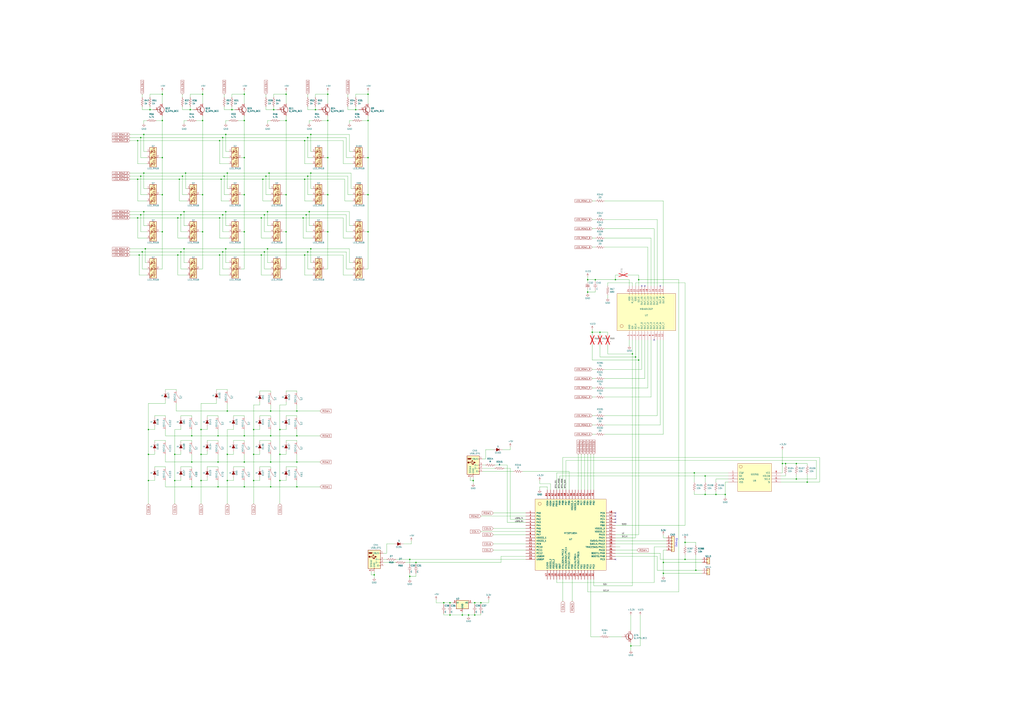
<source format=kicad_sch>
(kicad_sch (version 20250114) (generator "eeschema") (generator_version "9.0")
  (paper "A1")
  (title_block (title "Vortex 22-key Tester"))
  (text "Debug" (at 556.26 449.58 90) (effects (font (size 1.524 1.524)) (justify left bottom)))
  (junction (at 182.88 176.53))
  (junction (at 156.21 90.17))
  (junction (at 379.73 505.46))
  (junction (at 222.25 358.14))
  (junction (at 255.27 204.47))
  (junction (at 250.19 115.57))
  (junction (at 229.87 394.97))
  (junction (at 200.66 358.14))
  (junction (at 369.57 505.46))
  (junction (at 234.95 99.06))
  (junction (at 269.24 77.47))
  (junction (at 255.27 142.24))
  (junction (at 180.34 115.57))
  (junction (at 165.1 373.38))
  (junction (at 133.35 99.06))
  (junction (at 388.62 394.97))
  (junction (at 255.27 110.49))
  (junction (at 180.34 179.07))
  (junction (at 243.84 358.14))
  (junction (at 588.01 406.4))
  (junction (at 220.98 142.24))
  (junction (at 259.08 90.17))
  (junction (at 180.34 209.55))
  (junction (at 302.26 160.02))
  (junction (at 224.79 90.17))
  (junction (at 208.28 373.38))
  (junction (at 200.66 190.5))
  (junction (at 218.44 144.78))
  (junction (at 157.48 379.73))
  (junction (at 179.07 400.05))
  (junction (at 118.11 142.24))
  (junction (at 165.1 394.97))
  (junction (at 143.51 373.38))
  (junction (at 121.92 373.38))
  (junction (at 302.26 99.06))
  (junction (at 185.42 110.49))
  (junction (at 118.11 110.49))
  (junction (at 229.87 373.38))
  (junction (at 143.51 394.97))
  (junction (at 219.71 204.47))
  (junction (at 369.57 495.3))
  (junction (at 115.57 176.53))
  (junction (at 114.3 209.55))
  (junction (at 166.37 77.47))
  (junction (at 524.51 229.87))
  (junction (at 186.69 337.82))
  (junction (at 248.92 179.07))
  (junction (at 645.16 381))
  (junction (at 579.12 406.4))
  (junction (at 222.25 400.05))
  (junction (at 252.73 207.01))
  (junction (at 208.28 394.97))
  (junction (at 307.34 472.44))
  (junction (at 181.61 147.32))
  (junction (at 519.43 290.83))
  (junction (at 570.23 388.62))
  (junction (at 113.03 179.07))
  (junction (at 562.61 459.74))
  (junction (at 234.95 160.02))
  (junction (at 182.88 207.01))
  (junction (at 116.84 207.01))
  (junction (at 562.61 445.77))
  (junction (at 182.88 113.03))
  (junction (at 118.11 173.99))
  (junction (at 186.69 142.24))
  (junction (at 121.92 353.06))
  (junction (at 185.42 173.99))
  (junction (at 482.6 229.87))
  (junction (at 217.17 176.53))
  (junction (at 364.49 495.3))
  (junction (at 184.15 144.78))
  (junction (at 217.17 207.01))
  (junction (at 133.35 77.47))
  (junction (at 544.83 462.28))
  (junction (at 146.05 179.07))
  (junction (at 113.03 147.32))
  (junction (at 336.55 473.71))
  (junction (at 642.62 381))
  (junction (at 166.37 160.02))
  (junction (at 186.69 373.38))
  (junction (at 219.71 173.99))
  (junction (at 133.35 190.5))
  (junction (at 234.95 77.47))
  (junction (at 146.05 209.55))
  (junction (at 336.55 459.74))
  (junction (at 482.6 240.03))
  (junction (at 215.9 147.32))
  (junction (at 654.05 381))
  (junction (at 149.86 144.78))
  (junction (at 269.24 129.54))
  (junction (at 389.89 495.3))
  (junction (at 269.24 99.06))
  (junction (at 152.4 142.24))
  (junction (at 151.13 173.99))
  (junction (at 200.66 160.02))
  (junction (at 151.13 204.47))
  (junction (at 200.66 99.06))
  (junction (at 157.48 400.05))
  (junction (at 115.57 144.78))
  (junction (at 214.63 209.55))
  (junction (at 595.63 406.4))
  (junction (at 571.5 468.63))
  (junction (at 119.38 204.47))
  (junction (at 251.46 176.53))
  (junction (at 222.25 337.82))
  (junction (at 208.28 353.06))
  (junction (at 200.66 129.54))
  (junction (at 200.66 77.47))
  (junction (at 157.48 358.14))
  (junction (at 384.81 505.46))
  (junction (at 654.05 393.7))
  (junction (at 341.63 462.28))
  (junction (at 133.35 129.54))
  (junction (at 186.69 394.97))
  (junction (at 234.95 190.5))
  (junction (at 185.42 204.47))
  (junction (at 524.51 295.91))
  (junction (at 222.25 379.73))
  (junction (at 492.76 273.05))
  (junction (at 579.12 391.16))
  (junction (at 115.57 113.03))
  (junction (at 190.5 90.17))
  (junction (at 269.24 160.02))
  (junction (at 662.94 396.24))
  (junction (at 505.46 229.87))
  (junction (at 544.83 471.17))
  (junction (at 229.87 353.06))
  (junction (at 486.41 273.05))
  (junction (at 243.84 337.82))
  (junction (at 252.73 113.03))
  (junction (at 488.95 229.87))
  (junction (at 250.19 147.32))
  (junction (at 214.63 179.07))
  (junction (at 133.35 160.02))
  (junction (at 200.66 400.05))
  (junction (at 179.07 379.73))
  (junction (at 121.92 394.97))
  (junction (at 147.32 147.32))
  (junction (at 113.03 115.57))
  (junction (at 389.89 505.46))
  (junction (at 166.37 190.5))
  (junction (at 243.84 379.73))
  (junction (at 179.07 358.14))
  (junction (at 252.73 144.78))
  (junction (at 254 173.99))
  (junction (at 302.26 77.47))
  (junction (at 394.97 495.3))
  (junction (at 123.19 90.17))
  (junction (at 165.1 353.06))
  (junction (at 521.97 293.37))
  (junction (at 200.66 379.73))
  (junction (at 302.26 129.54))
  (junction (at 292.1 90.17))
  (junction (at 269.24 190.5))
  (junction (at 302.26 190.5))
  (junction (at 166.37 99.06))
  (junction (at 148.59 176.53))
  (junction (at 243.84 400.05))
  (junction (at 518.16 530.86))
  (junction (at 148.59 207.01))
  (junction (at 250.19 209.55))
  (no_connect (at 505.46 426.72))
  (no_connect (at 505.46 424.18))
  (no_connect (at 527.05 234.95))
  (no_connect (at 505.46 421.64))
  (no_connect (at 505.46 429.26))
  (no_connect (at 505.46 459.74))
  (no_connect (at 529.59 234.95))
  (no_connect (at 542.29 234.95))
  (no_connect (at 537.21 279.4))
  (wire (pts (xy 243.84 361.95) (xy 243.84 363.22)))
  (wire (pts (xy 156.21 80.01) (xy 156.21 77.47)))
  (wire (pts (xy 431.8 452.12) (xy 405.13 452.12)))
  (wire (pts (xy 166.37 74.93) (xy 166.37 77.47)))
  (wire (pts (xy 177.8 328.93) (xy 177.8 331.47)))
  (wire (pts (xy 486.41 283.21) (xy 486.41 295.91)))
  (wire (pts (xy 283.21 147.32) (xy 283.21 165.1)))
  (wire (pts (xy 500.38 523.24) (xy 510.54 523.24)))
  (wire (pts (xy 156.21 77.47) (xy 166.37 77.47)))
  (wire (pts (xy 562.61 232.41) (xy 521.97 232.41)))
  (wire (pts (xy 234.95 353.06) (xy 229.87 353.06)))
  (wire (pts (xy 186.69 373.38) (xy 186.69 394.97)))
  (wire (pts (xy 218.44 80.01) (xy 218.44 77.47)))
  (wire (pts (xy 317.5 459.74) (xy 314.96 459.74)))
  (wire (pts (xy 537.21 478.79) (xy 457.2 478.79)))
  (wire (pts (xy 213.36 383.54) (xy 222.25 383.54)))
  (wire (pts (xy 179.07 400.05) (xy 200.66 400.05)))
  (wire (pts (xy 488.95 229.87) (xy 505.46 229.87)))
  (wire (pts (xy 544.83 165.1) (xy 496.57 165.1)))
  (wire (pts (xy 148.59 370.84) (xy 148.59 373.38)))
  (wire (pts (xy 200.66 74.93) (xy 200.66 77.47)))
  (wire (pts (xy 287.02 215.9) (xy 287.02 204.47)))
  (wire (pts (xy 133.35 99.06) (xy 133.35 129.54)))
  (wire (pts (xy 229.87 394.97) (xy 229.87 414.02)))
  (wire (pts (xy 331.47 447.04) (xy 337.82 447.04)))
  (wire (pts (xy 179.07 383.54) (xy 179.07 384.81)))
  (wire (pts (xy 215.9 147.32) (xy 181.61 147.32)))
  (wire (pts (xy 170.18 363.22) (xy 170.18 361.95)))
  (wire (pts (xy 106.68 204.47) (xy 119.38 204.47)))
  (wire (pts (xy 467.36 387.35) (xy 467.36 402.59)))
  (wire (pts (xy 130.81 129.54) (xy 133.35 129.54)))
  (wire (pts (xy 544.83 441.96) (xy 547.37 441.96)))
  (wire (pts (xy 562.61 459.74) (xy 542.29 459.74)))
  (wire (pts (xy 525.78 505.46) (xy 525.78 530.86)))
  (wire (pts (xy 571.5 455.93) (xy 571.5 468.63)))
  (wire (pts (xy 524.51 229.87) (xy 557.53 229.87)))
  (wire (pts (xy 213.36 322.58) (xy 213.36 321.31)))
  (wire (pts (xy 185.42 215.9) (xy 185.42 204.47)))
  (wire (pts (xy 234.95 350.52) (xy 234.95 353.06)))
  (wire (pts (xy 269.24 160.02) (xy 269.24 190.5)))
  (wire (pts (xy 519.43 234.95) (xy 519.43 232.41)))
  (wire (pts (xy 488.95 238.76) (xy 488.95 240.03)))
  (wire (pts (xy 222.25 220.98) (xy 217.17 220.98)))
  (wire (pts (xy 224.79 77.47) (xy 234.95 77.47)))
  (wire (pts (xy 208.28 353.06) (xy 208.28 373.38)))
  (wire (pts (xy 106.68 144.78) (xy 115.57 144.78)))
  (wire (pts (xy 195.58 99.06) (xy 200.66 99.06)))
  (wire (pts (xy 364.49 504.19) (xy 364.49 505.46)))
  (wire (pts (xy 254 99.06) (xy 254 101.6)))
  (wire (pts (xy 255.27 215.9) (xy 255.27 204.47)))
  (wire (pts (xy 341.63 473.71) (xy 341.63 471.17)))
  (wire (pts (xy 184.15 160.02) (xy 184.15 144.78)))
  (wire (pts (xy 487.68 373.38) (xy 487.68 402.59)))
  (wire (pts (xy 187.96 220.98) (xy 182.88 220.98)))
  (wire (pts (xy 524.51 295.91) (xy 524.51 439.42)))
  (wire (pts (xy 185.42 173.99) (xy 219.71 173.99)))
  (wire (pts (xy 157.48 341.63) (xy 157.48 342.9)))
  (wire (pts (xy 182.88 113.03) (xy 252.73 113.03)))
  (wire (pts (xy 499.11 290.83) (xy 499.11 283.21)))
  (wire (pts (xy 180.34 134.62) (xy 180.34 115.57)))
  (wire (pts (xy 654.05 393.7) (xy 641.35 393.7)))
  (wire (pts (xy 135.89 321.31) (xy 135.89 320.04)))
  (wire (pts (xy 539.75 234.95) (xy 539.75 180.34)))
  (wire (pts (xy 127 342.9) (xy 127 341.63)))
  (wire (pts (xy 264.16 99.06) (xy 269.24 99.06)))
  (wire (pts (xy 252.73 129.54) (xy 256.54 129.54)))
  (wire (pts (xy 222.25 154.94) (xy 220.98 154.94)))
  (wire (pts (xy 133.35 190.5) (xy 133.35 220.98)))
  (wire (pts (xy 562.61 445.77) (xy 571.5 445.77)))
  (wire (pts (xy 191.77 370.84) (xy 191.77 373.38)))
  (wire (pts (xy 416.56 382.27) (xy 406.4 382.27)))
  (wire (pts (xy 190.5 77.47) (xy 200.66 77.47)))
  (wire (pts (xy 157.48 400.05) (xy 179.07 400.05)))
  (wire (pts (xy 297.18 99.06) (xy 302.26 99.06)))
  (wire (pts (xy 482.6 486.41) (xy 557.53 486.41)))
  (wire (pts (xy 170.18 383.54) (xy 179.07 383.54)))
  (wire (pts (xy 222.25 383.54) (xy 222.25 384.81)))
  (wire (pts (xy 405.13 447.04) (xy 431.8 447.04)))
  (wire (pts (xy 292.1 80.01) (xy 292.1 77.47)))
  (wire (pts (xy 213.36 332.74) (xy 208.28 332.74)))
  (wire (pts (xy 234.95 373.38) (xy 229.87 373.38)))
  (wire (pts (xy 146.05 209.55) (xy 114.3 209.55)))
  (wire (pts (xy 127 353.06) (xy 121.92 353.06)))
  (wire (pts (xy 153.67 99.06) (xy 151.13 99.06)))
  (wire (pts (xy 544.83 439.42) (xy 544.83 441.96)))
  (wire (pts (xy 255.27 124.46) (xy 255.27 110.49)))
  (wire (pts (xy 539.75 279.4) (xy 539.75 341.63)))
  (wire (pts (xy 119.38 215.9) (xy 119.38 204.47)))
  (wire (pts (xy 149.86 144.78) (xy 184.15 144.78)))
  (wire (pts (xy 106.68 207.01) (xy 116.84 207.01)))
  (wire (pts (xy 642.62 381) (xy 645.16 381)))
  (wire (pts (xy 292.1 90.17) (xy 294.64 90.17)))
  (wire (pts (xy 289.56 185.42) (xy 287.02 185.42)))
  (wire (pts (xy 143.51 394.97) (xy 143.51 414.02)))
  (wire (pts (xy 542.29 349.25) (xy 542.29 279.4)))
  (wire (pts (xy 187.96 185.42) (xy 185.42 185.42)))
  (wire (pts (xy 115.57 144.78) (xy 149.86 144.78)))
  (wire (pts (xy 256.54 124.46) (xy 255.27 124.46)))
  (wire (pts (xy 156.21 90.17) (xy 158.75 90.17)))
  (wire (pts (xy 198.12 129.54) (xy 200.66 129.54)))
  (wire (pts (xy 118.11 142.24) (xy 152.4 142.24)))
  (wire (pts (xy 405.13 439.42) (xy 431.8 439.42)))
  (wire (pts (xy 256.54 185.42) (xy 254 185.42)))
  (wire (pts (xy 387.35 495.3) (xy 389.89 495.3)))
  (wire (pts (xy 588.01 396.24) (xy 588.01 393.7)))
  (wire (pts (xy 213.36 370.84) (xy 213.36 373.38)))
  (wire (pts (xy 119.38 204.47) (xy 151.13 204.47)))
  (wire (pts (xy 281.94 195.58) (xy 289.56 195.58)))
  (wire (pts (xy 191.77 373.38) (xy 186.69 373.38)))
  (wire (pts (xy 252.73 220.98) (xy 252.73 207.01)))
  (wire (pts (xy 642.62 381) (xy 642.62 388.62)))
  (wire (pts (xy 508 226.06) (xy 505.46 226.06)))
  (wire (pts (xy 539.75 468.63) (xy 571.5 468.63)))
  (wire (pts (xy 135.89 394.97) (xy 135.89 400.05)))
  (wire (pts (xy 518.16 530.86) (xy 518.16 534.67)))
  (wire (pts (xy 147.32 147.32) (xy 113.03 147.32)))
  (wire (pts (xy 165.1 353.06) (xy 165.1 373.38)))
  (wire (pts (xy 369.57 496.57) (xy 369.57 495.3)))
  (wire (pts (xy 118.11 154.94) (xy 118.11 142.24)))
  (wire (pts (xy 121.92 394.97) (xy 121.92 414.02)))
  (wire (pts (xy 386.08 392.43) (xy 386.08 394.97)))
  (wire (pts (xy 213.36 361.95) (xy 222.25 361.95)))
  (wire (pts (xy 285.75 80.01) (xy 285.75 77.47)))
  (wire (pts (xy 486.41 318.77) (xy 488.95 318.77)))
  (wire (pts (xy 474.98 373.38) (xy 474.98 402.59)))
  (wire (pts (xy 106.68 142.24) (xy 118.11 142.24)))
  (wire (pts (xy 654.05 389.89) (xy 654.05 393.7)))
  (wire (pts (xy 163.83 160.02) (xy 166.37 160.02)))
  (wire (pts (xy 229.87 332.74) (xy 229.87 353.06)))
  (wire (pts (xy 123.19 87.63) (xy 123.19 90.17)))
  (wire (pts (xy 654.05 382.27) (xy 654.05 381)))
  (wire (pts (xy 217.17 207.01) (xy 252.73 207.01)))
  (wire (pts (xy 234.95 322.58) (xy 234.95 321.31)))
  (wire (pts (xy 386.08 394.97) (xy 388.62 394.97)))
  (wire (pts (xy 234.95 321.31) (xy 243.84 321.31)))
  (wire (pts (xy 281.94 115.57) (xy 250.19 115.57)))
  (wire (pts (xy 325.12 459.74) (xy 336.55 459.74)))
  (wire (pts (xy 369.57 505.46) (xy 379.73 505.46)))
  (wire (pts (xy 492.76 273.05) (xy 499.11 273.05)))
  (wire (pts (xy 534.67 326.39) (xy 496.57 326.39)))
  (wire (pts (xy 144.78 337.82) (xy 144.78 331.47)))
  (wire (pts (xy 482.6 229.87) (xy 488.95 229.87)))
  (wire (pts (xy 180.34 179.07) (xy 180.34 195.58)))
  (wire (pts (xy 252.73 207.01) (xy 284.48 207.01)))
  (wire (pts (xy 170.18 373.38) (xy 165.1 373.38)))
  (wire (pts (xy 269.24 129.54) (xy 269.24 160.02)))
  (wire (pts (xy 148.59 394.97) (xy 143.51 394.97)))
  (wire (pts (xy 317.5 454.66) (xy 314.96 454.66)))
  (wire (pts (xy 518.16 528.32) (xy 518.16 530.86)))
  (wire (pts (xy 292.1 87.63) (xy 292.1 90.17)))
  (wire (pts (xy 113.03 179.07) (xy 113.03 195.58)))
  (wire (pts (xy 219.71 99.06) (xy 219.71 101.6)))
  (wire (pts (xy 284.48 113.03) (xy 252.73 113.03)))
  (wire (pts (xy 191.77 392.43) (xy 191.77 394.97)))
  (wire (pts (xy 113.03 134.62) (xy 113.03 115.57)))
  (wire (pts (xy 191.77 353.06) (xy 186.69 353.06)))
  (wire (pts (xy 266.7 220.98) (xy 269.24 220.98)))
  (wire (pts (xy 486.41 295.91) (xy 524.51 295.91)))
  (wire (pts (xy 364.49 495.3) (xy 364.49 496.57)))
  (wire (pts (xy 243.84 358.14) (xy 222.25 358.14)))
  (wire (pts (xy 457.2 388.62) (xy 457.2 402.59)))
  (wire (pts (xy 213.36 321.31) (xy 222.25 321.31)))
  (wire (pts (xy 114.3 226.06) (xy 120.65 226.06)))
  (wire (pts (xy 482.6 476.25) (xy 482.6 486.41)))
  (wire (pts (xy 153.67 215.9) (xy 151.13 215.9)))
  (wire (pts (xy 222.25 99.06) (xy 219.71 99.06)))
  (wire (pts (xy 186.69 353.06) (xy 186.69 373.38)))
  (wire (pts (xy 224.79 87.63) (xy 224.79 90.17)))
  (wire (pts (xy 191.77 361.95) (xy 200.66 361.95)))
  (wire (pts (xy 459.74 391.16) (xy 579.12 391.16)))
  (wire (pts (xy 284.48 113.03) (xy 284.48 129.54)))
  (wire (pts (xy 148.59 350.52) (xy 148.59 353.06)))
  (wire (pts (xy 114.3 209.55) (xy 106.68 209.55)))
  (wire (pts (xy 214.63 179.07) (xy 214.63 195.58)))
  (wire (pts (xy 234.95 361.95) (xy 243.84 361.95)))
  (wire (pts (xy 127 384.81) (xy 127 383.54)))
  (wire (pts (xy 570.23 396.24) (xy 570.23 388.62)))
  (wire (pts (xy 229.87 373.38) (xy 229.87 394.97)))
  (wire (pts (xy 157.48 394.97) (xy 157.48 400.05)))
  (wire (pts (xy 532.13 203.2) (xy 532.13 234.95)))
  (wire (pts (xy 229.87 353.06) (xy 229.87 373.38)))
  (wire (pts (xy 243.84 341.63) (xy 243.84 342.9)))
  (wire (pts (xy 486.41 273.05) (xy 492.76 273.05)))
  (wire (pts (xy 234.95 370.84) (xy 234.95 373.38)))
  (wire (pts (xy 571.5 468.63) (xy 576.58 468.63)))
  (wire (pts (xy 256.54 220.98) (xy 252.73 220.98)))
  (wire (pts (xy 336.55 473.71) (xy 336.55 476.25)))
  (wire (pts (xy 524.51 229.87) (xy 524.51 234.95)))
  (wire (pts (xy 123.19 90.17) (xy 125.73 90.17)))
  (wire (pts (xy 113.03 115.57) (xy 106.68 115.57)))
  (wire (pts (xy 170.18 370.84) (xy 170.18 373.38)))
  (wire (pts (xy 248.92 179.07) (xy 248.92 195.58)))
  (wire (pts (xy 185.42 99.06) (xy 185.42 101.6)))
  (wire (pts (xy 151.13 99.06) (xy 151.13 101.6)))
  (wire (pts (xy 496.57 303.53) (xy 527.05 303.53)))
  (wire (pts (xy 170.18 342.9) (xy 170.18 341.63)))
  (wire (pts (xy 148.59 384.81) (xy 148.59 383.54)))
  (wire (pts (xy 185.42 185.42) (xy 185.42 173.99)))
  (wire (pts (xy 534.67 279.4) (xy 534.67 326.39)))
  (wire (pts (xy 499.11 242.57) (xy 499.11 245.11)))
  (wire (pts (xy 177.8 321.31) (xy 177.8 320.04)))
  (wire (pts (xy 419.1 369.57) (xy 419.1 367.03)))
  (wire (pts (xy 499.11 273.05) (xy 499.11 275.59)))
  (wire (pts (xy 641.35 391.16) (xy 645.16 391.16)))
  (wire (pts (xy 654.05 381) (xy 662.94 381)))
  (wire (pts (xy 130.81 220.98) (xy 133.35 220.98)))
  (wire (pts (xy 289.56 190.5) (xy 284.48 190.5)))
  (wire (pts (xy 118.11 99.06) (xy 118.11 101.6)))
  (wire (pts (xy 398.78 377.19) (xy 396.24 377.19)))
  (wire (pts (xy 519.43 279.4) (xy 519.43 290.83)))
  (wire (pts (xy 222.25 185.42) (xy 219.71 185.42)))
  (wire (pts (xy 405.13 421.64) (xy 431.8 421.64)))
  (wire (pts (xy 262.89 379.73) (xy 243.84 379.73)))
  (wire (pts (xy 133.35 77.47) (xy 133.35 85.09)))
  (wire (pts (xy 544.83 473.71) (xy 544.83 471.17)))
  (wire (pts (xy 116.84 207.01) (xy 148.59 207.01)))
  (wire (pts (xy 457.2 388.62) (xy 570.23 388.62)))
  (wire (pts (xy 157.48 379.73) (xy 135.89 379.73)))
  (wire (pts (xy 148.59 176.53) (xy 182.88 176.53)))
  (wire (pts (xy 562.61 455.93) (xy 562.61 459.74)))
  (wire (pts (xy 185.42 110.49) (xy 255.27 110.49)))
  (wire (pts (xy 127 350.52) (xy 127 353.06)))
  (wire (pts (xy 662.94 389.89) (xy 662.94 396.24)))
  (wire (pts (xy 289.56 124.46) (xy 287.02 124.46)))
  (wire (pts (xy 182.88 129.54) (xy 187.96 129.54)))
  (wire (pts (xy 464.82 378.46) (xy 670.56 378.46)))
  (wire (pts (xy 182.88 113.03) (xy 182.88 129.54)))
  (wire (pts (xy 182.88 176.53) (xy 217.17 176.53)))
  (wire (pts (xy 148.59 220.98) (xy 148.59 207.01)))
  (wire (pts (xy 213.36 341.63) (xy 222.25 341.63)))
  (wire (pts (xy 571.5 445.77) (xy 571.5 448.31)))
  (wire (pts (xy 299.72 220.98) (xy 302.26 220.98)))
  (wire (pts (xy 482.6 229.87) (xy 482.6 232.41)))
  (wire (pts (xy 482.6 373.38) (xy 482.6 402.59)))
  (wire (pts (xy 243.84 332.74) (xy 243.84 337.82)))
  (wire (pts (xy 149.86 80.01) (xy 149.86 77.47)))
  (wire (pts (xy 539.75 457.2) (xy 539.75 468.63)))
  (wire (pts (xy 186.69 142.24) (xy 220.98 142.24)))
  (wire (pts (xy 144.78 320.04) (xy 144.78 321.31)))
  (wire (pts (xy 222.25 226.06) (xy 214.63 226.06)))
  (wire (pts (xy 191.77 342.9) (xy 191.77 341.63)))
  (wire (pts (xy 256.54 160.02) (xy 252.73 160.02)))
  (wire (pts (xy 283.21 165.1) (xy 289.56 165.1)))
  (wire (pts (xy 146.05 226.06) (xy 153.67 226.06)))
  (wire (pts (xy 151.13 173.99) (xy 185.42 173.99)))
  (wire (pts (xy 462.28 402.59) (xy 462.28 375.92)))
  (wire (pts (xy 148.59 363.22) (xy 148.59 361.95)))
  (wire (pts (xy 269.24 74.93) (xy 269.24 77.47)))
  (wire (pts (xy 256.54 154.94) (xy 255.27 154.94)))
  (wire (pts (xy 542.29 454.66) (xy 505.46 454.66)))
  (wire (pts (xy 215.9 165.1) (xy 222.25 165.1)))
  (wire (pts (xy 544.83 462.28) (xy 544.83 471.17)))
  (wire (pts (xy 213.36 350.52) (xy 213.36 353.06)))
  (wire (pts (xy 151.13 204.47) (xy 185.42 204.47)))
  (wire (pts (xy 120.65 190.5) (xy 115.57 190.5)))
  (wire (pts (xy 406.4 384.81) (xy 396.24 384.81)))
  (wire (pts (xy 234.95 383.54) (xy 243.84 383.54)))
  (wire (pts (xy 539.75 180.34) (xy 496.57 180.34)))
  (wire (pts (xy 170.18 353.06) (xy 165.1 353.06)))
  (wire (pts (xy 170.18 361.95) (xy 179.07 361.95)))
  (wire (pts (xy 133.35 129.54) (xy 133.35 160.02)))
  (wire (pts (xy 116.84 80.01) (xy 116.84 77.47)))
  (wire (pts (xy 389.89 495.3) (xy 389.89 496.57)))
  (wire (pts (xy 116.84 220.98) (xy 116.84 207.01)))
  (wire (pts (xy 302.26 129.54) (xy 302.26 160.02)))
  (wire (pts (xy 457.2 476.25) (xy 457.2 478.79)))
  (wire (pts (xy 579.12 391.16) (xy 598.17 391.16)))
  (wire (pts (xy 579.12 406.4) (xy 588.01 406.4)))
  (wire (pts (xy 488.95 229.87) (xy 488.95 231.14)))
  (wire (pts (xy 443.23 394.97) (xy 443.23 397.51)))
  (wire (pts (xy 477.52 373.38) (xy 477.52 402.59)))
  (wire (pts (xy 113.03 115.57) (xy 180.34 115.57)))
  (wire (pts (xy 198.12 160.02) (xy 200.66 160.02)))
  (wire (pts (xy 217.17 220.98) (xy 217.17 207.01)))
  (wire (pts (xy 443.23 397.51) (xy 452.12 397.51)))
  (wire (pts (xy 198.12 190.5) (xy 200.66 190.5)))
  (wire (pts (xy 116.84 90.17) (xy 123.19 90.17)))
  (wire (pts (xy 234.95 95.25) (xy 234.95 99.06)))
  (wire (pts (xy 252.73 113.03) (xy 252.73 129.54)))
  (wire (pts (xy 157.48 361.95) (xy 157.48 363.22)))
  (wire (pts (xy 118.11 124.46) (xy 118.11 110.49)))
  (wire (pts (xy 505.46 457.2) (xy 539.75 457.2)))
  (wire (pts (xy 289.56 220.98) (xy 284.48 220.98)))
  (wire (pts (xy 519.43 290.83) (xy 519.43 481.33)))
  (wire (pts (xy 496.57 349.25) (xy 542.29 349.25)))
  (wire (pts (xy 464.82 402.59) (xy 464.82 378.46)))
  (wire (pts (xy 252.73 160.02) (xy 252.73 144.78)))
  (wire (pts (xy 180.34 226.06) (xy 187.96 226.06)))
  (wire (pts (xy 217.17 190.5) (xy 217.17 176.53)))
  (wire (pts (xy 252.73 80.01) (xy 252.73 77.47)))
  (wire (pts (xy 219.71 185.42) (xy 219.71 173.99)))
  (wire (pts (xy 180.34 195.58) (xy 187.96 195.58)))
  (wire (pts (xy 200.66 383.54) (xy 200.66 384.81)))
  (wire (pts (xy 252.73 90.17) (xy 259.08 90.17)))
  (wire (pts (xy 213.36 384.81) (xy 213.36 383.54)))
  (wire (pts (xy 459.74 402.59) (xy 459.74 391.16)))
  (wire (pts (xy 266.7 160.02) (xy 269.24 160.02)))
  (wire (pts (xy 544.83 234.95) (xy 544.83 165.1)))
  (wire (pts (xy 488.95 326.39) (xy 486.41 326.39)))
  (wire (pts (xy 482.6 227.33) (xy 482.6 229.87)))
  (wire (pts (xy 163.83 190.5) (xy 166.37 190.5)))
  (wire (pts (xy 394.97 495.3) (xy 401.32 495.3)))
  (wire (pts (xy 384.81 506.73) (xy 384.81 505.46)))
  (wire (pts (xy 146.05 195.58) (xy 153.67 195.58)))
  (wire (pts (xy 259.08 90.17) (xy 261.62 90.17)))
  (wire (pts (xy 255.27 110.49) (xy 287.02 110.49)))
  (wire (pts (xy 148.59 361.95) (xy 157.48 361.95)))
  (wire (pts (xy 148.59 392.43) (xy 148.59 394.97)))
  (wire (pts (xy 153.67 190.5) (xy 148.59 190.5)))
  (wire (pts (xy 485.14 373.38) (xy 485.14 402.59)))
  (wire (pts (xy 186.69 337.82) (xy 144.78 337.82)))
  (wire (pts (xy 234.95 342.9) (xy 234.95 341.63)))
  (wire (pts (xy 135.89 373.38) (xy 135.89 379.73)))
  (wire (pts (xy 337.82 447.04) (xy 337.82 444.5)))
  (wire (pts (xy 544.83 279.4) (xy 544.83 356.87)))
  (wire (pts (xy 148.59 341.63) (xy 157.48 341.63)))
  (wire (pts (xy 120.65 215.9) (xy 119.38 215.9)))
  (wire (pts (xy 198.12 220.98) (xy 200.66 220.98)))
  (wire (pts (xy 184.15 90.17) (xy 190.5 90.17)))
  (wire (pts (xy 519.43 232.41) (xy 499.11 232.41)))
  (wire (pts (xy 292.1 77.47) (xy 302.26 77.47)))
  (wire (pts (xy 148.59 342.9) (xy 148.59 341.63)))
  (wire (pts (xy 401.32 495.3) (xy 401.32 492.76)))
  (wire (pts (xy 208.28 332.74) (xy 208.28 353.06)))
  (wire (pts (xy 250.19 165.1) (xy 256.54 165.1)))
  (wire (pts (xy 492.76 293.37) (xy 521.97 293.37)))
  (wire (pts (xy 222.25 394.97) (xy 222.25 400.05)))
  (wire (pts (xy 287.02 124.46) (xy 287.02 110.49)))
  (wire (pts (xy 486.41 195.58) (xy 488.95 195.58)))
  (wire (pts (xy 527.05 279.4) (xy 527.05 303.53)))
  (wire (pts (xy 127 394.97) (xy 121.92 394.97)))
  (wire (pts (xy 336.55 459.74) (xy 336.55 463.55)))
  (wire (pts (xy 281.94 209.55) (xy 281.94 226.06)))
  (wire (pts (xy 120.65 185.42) (xy 118.11 185.42)))
  (wire (pts (xy 179.07 373.38) (xy 179.07 379.73)))
  (wire (pts (xy 113.03 147.32) (xy 113.03 165.1)))
  (wire (pts (xy 562.61 445.77) (xy 562.61 448.31)))
  (wire (pts (xy 106.68 176.53) (xy 115.57 176.53)))
  (wire (pts (xy 486.41 165.1) (xy 488.95 165.1)))
  (wire (pts (xy 336.55 473.71) (xy 341.63 473.71)))
  (wire (pts (xy 135.89 328.93) (xy 135.89 331.47)))
  (wire (pts (xy 118.11 110.49) (xy 185.42 110.49)))
  (wire (pts (xy 157.48 383.54) (xy 157.48 384.81)))
  (wire (pts (xy 213.36 392.43) (xy 213.36 394.97)))
  (wire (pts (xy 234.95 74.93) (xy 234.95 77.47)))
  (wire (pts (xy 419.1 426.72) (xy 419.1 384.81)))
  (wire (pts (xy 255.27 204.47) (xy 287.02 204.47)))
  (wire (pts (xy 519.43 481.33) (xy 487.68 481.33)))
  (wire (pts (xy 118.11 173.99) (xy 151.13 173.99)))
  (wire (pts (xy 358.14 492.76) (xy 358.14 495.3)))
  (wire (pts (xy 187.96 154.94) (xy 186.69 154.94)))
  (wire (pts (xy 449.58 402.59) (xy 449.58 400.05)))
  (wire (pts (xy 431.8 429.26) (xy 416.56 429.26)))
  (wire (pts (xy 166.37 77.47) (xy 166.37 85.09)))
  (wire (pts (xy 250.19 147.32) (xy 250.19 165.1)))
  (wire (pts (xy 180.34 115.57) (xy 250.19 115.57)))
  (wire (pts (xy 118.11 185.42) (xy 118.11 173.99)))
  (wire (pts (xy 232.41 220.98) (xy 234.95 220.98)))
  (wire (pts (xy 222.25 379.73) (xy 200.66 379.73)))
  (wire (pts (xy 289.56 160.02) (xy 285.75 160.02)))
  (wire (pts (xy 496.57 318.77) (xy 532.13 318.77)))
  (wire (pts (xy 254 185.42) (xy 254 173.99)))
  (wire (pts (xy 411.48 462.28) (xy 341.63 462.28)))
  (wire (pts (xy 662.94 396.24) (xy 641.35 396.24)))
  (wire (pts (xy 485.14 476.25) (xy 485.14 523.24)))
  (wire (pts (xy 486.41 303.53) (xy 488.95 303.53)))
  (wire (pts (xy 130.81 160.02) (xy 133.35 160.02)))
  (wire (pts (xy 214.63 226.06) (xy 214.63 209.55)))
  (wire (pts (xy 161.29 99.06) (xy 166.37 99.06)))
  (wire (pts (xy 224.79 90.17) (xy 227.33 90.17)))
  (wire (pts (xy 147.32 165.1) (xy 153.67 165.1)))
  (wire (pts (xy 191.77 394.97) (xy 186.69 394.97)))
  (wire (pts (xy 645.16 382.27) (xy 645.16 381)))
  (wire (pts (xy 135.89 353.06) (xy 135.89 358.14)))
  (wire (pts (xy 135.89 331.47) (xy 121.92 331.47)))
  (wire (pts (xy 595.63 406.4) (xy 595.63 408.94)))
  (wire (pts (xy 486.41 349.25) (xy 488.95 349.25)))
  (wire (pts (xy 182.88 207.01) (xy 217.17 207.01)))
  (wire (pts (xy 452.12 397.51) (xy 452.12 402.59)))
  (wire (pts (xy 200.66 400.05) (xy 222.25 400.05)))
  (wire (pts (xy 547.37 444.5) (xy 505.46 444.5)))
  (wire (pts (xy 148.59 383.54) (xy 157.48 383.54)))
  (wire (pts (xy 283.21 147.32) (xy 250.19 147.32)))
  (wire (pts (xy 123.19 80.01) (xy 123.19 77.47)))
  (wire (pts (xy 411.48 457.2) (xy 411.48 462.28)))
  (wire (pts (xy 255.27 142.24) (xy 288.29 142.24)))
  (wire (pts (xy 181.61 147.32) (xy 147.32 147.32)))
  (wire (pts (xy 266.7 190.5) (xy 269.24 190.5)))
  (wire (pts (xy 259.08 80.01) (xy 259.08 77.47)))
  (wire (pts (xy 120.65 134.62) (xy 113.03 134.62)))
  (wire (pts (xy 488.95 341.63) (xy 486.41 341.63)))
  (wire (pts (xy 287.02 185.42) (xy 287.02 173.99)))
  (wire (pts (xy 302.26 77.47) (xy 302.26 85.09)))
  (wire (pts (xy 234.95 77.47) (xy 234.95 85.09)))
  (wire (pts (xy 115.57 176.53) (xy 148.59 176.53)))
  (wire (pts (xy 106.68 110.49) (xy 118.11 110.49)))
  (wire (pts (xy 304.8 472.44) (xy 307.34 472.44)))
  (wire (pts (xy 288.29 154.94) (xy 288.29 142.24)))
  (wire (pts (xy 251.46 190.5) (xy 251.46 176.53)))
  (wire (pts (xy 114.3 209.55) (xy 114.3 226.06)))
  (wire (pts (xy 232.41 190.5) (xy 234.95 190.5)))
  (wire (pts (xy 191.77 341.63) (xy 200.66 341.63)))
  (wire (pts (xy 153.67 220.98) (xy 148.59 220.98)))
  (wire (pts (xy 187.96 215.9) (xy 185.42 215.9)))
  (wire (pts (xy 486.41 275.59) (xy 486.41 273.05)))
  (wire (pts (xy 269.24 99.06) (xy 269.24 129.54)))
  (wire (pts (xy 394.97 505.46) (xy 394.97 504.19)))
  (wire (pts (xy 482.6 240.03) (xy 488.95 240.03)))
  (wire (pts (xy 130.81 190.5) (xy 133.35 190.5)))
  (wire (pts (xy 190.5 80.01) (xy 190.5 77.47)))
  (wire (pts (xy 269.24 95.25) (xy 269.24 99.06)))
  (wire (pts (xy 544.83 356.87) (xy 496.57 356.87)))
  (wire (pts (xy 213.36 342.9) (xy 213.36 341.63)))
  (wire (pts (xy 252.73 144.78) (xy 285.75 144.78)))
  (wire (pts (xy 182.88 220.98) (xy 182.88 207.01)))
  (wire (pts (xy 250.19 134.62) (xy 250.19 115.57)))
  (wire (pts (xy 521.97 441.96) (xy 505.46 441.96)))
  (wire (pts (xy 182.88 190.5) (xy 182.88 176.53)))
  (wire (pts (xy 251.46 176.53) (xy 284.48 176.53)))
  (wire (pts (xy 299.72 190.5) (xy 302.26 190.5)))
  (wire (pts (xy 462.28 494.03) (xy 462.28 476.25)))
  (wire (pts (xy 256.54 99.06) (xy 254 99.06)))
  (wire (pts (xy 184.15 87.63) (xy 184.15 90.17)))
  (wire (pts (xy 191.77 383.54) (xy 200.66 383.54)))
  (wire (pts (xy 156.21 87.63) (xy 156.21 90.17)))
  (wire (pts (xy 180.34 179.07) (xy 146.05 179.07)))
  (wire (pts (xy 252.73 87.63) (xy 252.73 90.17)))
  (wire (pts (xy 127 392.43) (xy 127 394.97)))
  (wire (pts (xy 165.1 373.38) (xy 165.1 394.97)))
  (wire (pts (xy 588.01 406.4) (xy 595.63 406.4)))
  (wire (pts (xy 544.83 452.12) (xy 544.83 462.28)))
  (wire (pts (xy 120.65 154.94) (xy 118.11 154.94)))
  (wire (pts (xy 576.58 459.74) (xy 562.61 459.74)))
  (wire (pts (xy 148.59 373.38) (xy 143.51 373.38)))
  (wire (pts (xy 166.37 190.5) (xy 166.37 220.98)))
  (wire (pts (xy 285.75 160.02) (xy 285.75 144.78)))
  (wire (pts (xy 113.03 179.07) (xy 106.68 179.07)))
  (wire (pts (xy 213.36 330.2) (xy 213.36 332.74)))
  (wire (pts (xy 200.66 95.25) (xy 200.66 99.06)))
  (wire (pts (xy 219.71 204.47) (xy 255.27 204.47)))
  (wire (pts (xy 200.66 160.02) (xy 200.66 190.5)))
  (wire (pts (xy 234.95 384.81) (xy 234.95 383.54)))
  (wire (pts (xy 299.72 129.54) (xy 302.26 129.54)))
  (wire (pts (xy 184.15 144.78) (xy 218.44 144.78)))
  (wire (pts (xy 443.23 400.05) (xy 443.23 402.59)))
  (wire (pts (xy 153.67 160.02) (xy 149.86 160.02)))
  (wire (pts (xy 384.81 505.46) (xy 389.89 505.46)))
  (wire (pts (xy 379.73 505.46) (xy 384.81 505.46)))
  (wire (pts (xy 127 363.22) (xy 127 361.95)))
  (wire (pts (xy 256.54 226.06) (xy 250.19 226.06)))
  (wire (pts (xy 215.9 147.32) (xy 215.9 165.1)))
  (wire (pts (xy 521.97 293.37) (xy 521.97 441.96)))
  (wire (pts (xy 186.69 331.47) (xy 186.69 337.82)))
  (wire (pts (xy 256.54 190.5) (xy 251.46 190.5)))
  (wire (pts (xy 187.96 160.02) (xy 184.15 160.02)))
  (wire (pts (xy 524.51 279.4) (xy 524.51 295.91)))
  (wire (pts (xy 492.76 275.59) (xy 492.76 273.05)))
  (wire (pts (xy 166.37 160.02) (xy 166.37 190.5)))
  (wire (pts (xy 222.25 332.74) (xy 222.25 337.82)))
  (wire (pts (xy 116.84 87.63) (xy 116.84 90.17)))
  (wire (pts (xy 325.12 462.28) (xy 314.96 462.28)))
  (wire (pts (xy 222.25 337.82) (xy 186.69 337.82)))
  (wire (pts (xy 200.66 353.06) (xy 200.66 358.14)))
  (wire (pts (xy 542.29 459.74) (xy 542.29 454.66)))
  (wire (pts (xy 115.57 160.02) (xy 115.57 144.78)))
  (wire (pts (xy 429.26 387.35) (xy 467.36 387.35)))
  (wire (pts (xy 285.75 90.17) (xy 292.1 90.17)))
  (wire (pts (xy 317.5 447.04) (xy 317.5 454.66)))
  (wire (pts (xy 147.32 147.32) (xy 147.32 165.1)))
  (wire (pts (xy 562.61 443.23) (xy 562.61 445.77)))
  (wire (pts (xy 243.84 394.97) (xy 243.84 400.05)))
  (wire (pts (xy 579.12 396.24) (xy 579.12 391.16)))
  (wire (pts (xy 222.25 361.95) (xy 222.25 363.22)))
  (wire (pts (xy 259.08 87.63) (xy 259.08 90.17)))
  (wire (pts (xy 576.58 462.28) (xy 544.83 462.28)))
  (wire (pts (xy 529.59 311.15) (xy 496.57 311.15)))
  (wire (pts (xy 163.83 220.98) (xy 166.37 220.98)))
  (wire (pts (xy 148.59 190.5) (xy 148.59 176.53)))
  (wire (pts (xy 302.26 160.02) (xy 302.26 190.5)))
  (wire (pts (xy 186.69 320.04) (xy 186.69 321.31)))
  (wire (pts (xy 262.89 400.05) (xy 243.84 400.05)))
  (wire (pts (xy 165.1 331.47) (xy 165.1 353.06)))
  (wire (pts (xy 588.01 393.7) (xy 598.17 393.7)))
  (wire (pts (xy 120.65 220.98) (xy 116.84 220.98)))
  (wire (pts (xy 166.37 99.06) (xy 166.37 160.02)))
  (wire (pts (xy 149.86 87.63) (xy 149.86 90.17)))
  (wire (pts (xy 152.4 142.24) (xy 186.69 142.24)))
  (wire (pts (xy 234.95 330.2) (xy 234.95 332.74)))
  (wire (pts (xy 219.71 173.99) (xy 254 173.99)))
  (wire (pts (xy 191.77 363.22) (xy 191.77 361.95)))
  (wire (pts (xy 220.98 154.94) (xy 220.98 142.24)))
  (wire (pts (xy 128.27 99.06) (xy 133.35 99.06)))
  (wire (pts (xy 529.59 279.4) (xy 529.59 311.15)))
  (wire (pts (xy 557.53 229.87) (xy 557.53 486.41)))
  (wire (pts (xy 670.56 393.7) (xy 654.05 393.7)))
  (wire (pts (xy 200.66 77.47) (xy 200.66 85.09)))
  (wire (pts (xy 179.07 361.95) (xy 179.07 363.22)))
  (wire (pts (xy 234.95 332.74) (xy 229.87 332.74)))
  (wire (pts (xy 673.1 375.92) (xy 673.1 396.24)))
  (wire (pts (xy 336.55 471.17) (xy 336.55 473.71)))
  (wire (pts (xy 289.56 134.62) (xy 281.94 134.62)))
  (wire (pts (xy 127 373.38) (xy 121.92 373.38)))
  (wire (pts (xy 222.25 215.9) (xy 219.71 215.9)))
  (wire (pts (xy 187.96 134.62) (xy 180.34 134.62)))
  (wire (pts (xy 113.03 165.1) (xy 120.65 165.1)))
  (wire (pts (xy 115.57 129.54) (xy 115.57 113.03)))
  (wire (pts (xy 120.65 99.06) (xy 118.11 99.06)))
  (wire (pts (xy 181.61 165.1) (xy 187.96 165.1)))
  (wire (pts (xy 180.34 209.55) (xy 180.34 226.06)))
  (wire (pts (xy 179.07 358.14) (xy 157.48 358.14)))
  (wire (pts (xy 115.57 113.03) (xy 106.68 113.03)))
  (wire (pts (xy 121.92 353.06) (xy 121.92 373.38)))
  (wire (pts (xy 488.95 356.87) (xy 486.41 356.87)))
  (wire (pts (xy 396.24 387.35) (xy 421.64 387.35)))
  (wire (pts (xy 187.96 124.46) (xy 185.42 124.46)))
  (wire (pts (xy 287.02 99.06) (xy 287.02 101.6)))
  (wire (pts (xy 480.06 373.38) (xy 480.06 402.59)))
  (wire (pts (xy 243.84 337.82) (xy 222.25 337.82)))
  (wire (pts (xy 496.57 203.2) (xy 532.13 203.2)))
  (wire (pts (xy 213.36 394.97) (xy 208.28 394.97)))
  (wire (pts (xy 259.08 77.47) (xy 269.24 77.47)))
  (wire (pts (xy 488.95 311.15) (xy 486.41 311.15)))
  (wire (pts (xy 127 383.54) (xy 135.89 383.54)))
  (wire (pts (xy 213.36 373.38) (xy 208.28 373.38)))
  (wire (pts (xy 234.95 392.43) (xy 234.95 394.97)))
  (wire (pts (xy 200.66 373.38) (xy 200.66 379.73)))
  (wire (pts (xy 588.01 403.86) (xy 588.01 406.4)))
  (wire (pts (xy 185.42 204.47) (xy 219.71 204.47)))
  (wire (pts (xy 190.5 90.17) (xy 193.04 90.17)))
  (wire (pts (xy 243.84 373.38) (xy 243.84 379.73)))
  (wire (pts (xy 570.23 388.62) (xy 598.17 388.62)))
  (wire (pts (xy 243.84 383.54) (xy 243.84 384.81)))
  (wire (pts (xy 243.84 353.06) (xy 243.84 358.14)))
  (wire (pts (xy 214.63 195.58) (xy 222.25 195.58)))
  (wire (pts (xy 120.65 124.46) (xy 118.11 124.46)))
  (wire (pts (xy 289.56 154.94) (xy 288.29 154.94)))
  (wire (pts (xy 191.77 384.81) (xy 191.77 383.54)))
  (wire (pts (xy 302.26 190.5) (xy 302.26 220.98)))
  (wire (pts (xy 200.66 341.63) (xy 200.66 342.9)))
  (wire (pts (xy 492.76 283.21) (xy 492.76 293.37)))
  (wire (pts (xy 388.62 392.43) (xy 388.62 394.97)))
  (wire (pts (xy 519.43 290.83) (xy 499.11 290.83)))
  (wire (pts (xy 505.46 229.87) (xy 516.89 229.87)))
  (wire (pts (xy 570.23 403.86) (xy 570.23 406.4)))
  (wire (pts (xy 570.23 406.4) (xy 579.12 406.4)))
  (wire (pts (xy 148.59 353.06) (xy 143.51 353.06)))
  (wire (pts (xy 389.89 495.3) (xy 394.97 495.3)))
  (wire (pts (xy 181.61 147.32) (xy 181.61 165.1)))
  (wire (pts (xy 389.89 505.46) (xy 394.97 505.46)))
  (wire (pts (xy 213.36 353.06) (xy 208.28 353.06)))
  (wire (pts (xy 284.48 129.54) (xy 289.56 129.54)))
  (wire (pts (xy 394.97 436.88) (xy 431.8 436.88)))
  (wire (pts (xy 254 173.99) (xy 287.02 173.99)))
  (wire (pts (xy 179.07 341.63) (xy 179.07 342.9)))
  (wire (pts (xy 127 341.63) (xy 135.89 341.63)))
  (wire (pts (xy 179.07 394.97) (xy 179.07 400.05)))
  (wire (pts (xy 389.89 504.19) (xy 389.89 505.46)))
  (wire (pts (xy 307.34 472.44) (xy 307.34 474.98)))
  (wire (pts (xy 341.63 462.28) (xy 332.74 462.28)))
  (wire (pts (xy 369.57 504.19) (xy 369.57 505.46)))
  (wire (pts (xy 364.49 495.3) (xy 369.57 495.3)))
  (wire (pts (xy 369.57 495.3) (xy 372.11 495.3)))
  (wire (pts (xy 121.92 331.47) (xy 121.92 353.06)))
  (wire (pts (xy 595.63 396.24) (xy 595.63 406.4)))
  (wire (pts (xy 576.58 471.17) (xy 544.83 471.17)))
  (wire (pts (xy 537.21 449.58) (xy 537.21 478.79)))
  (wire (pts (xy 123.19 77.47) (xy 133.35 77.47)))
  (wire (pts (xy 486.41 203.2) (xy 488.95 203.2)))
  (wire (pts (xy 135.89 320.04) (xy 144.78 320.04)))
  (wire (pts (xy 218.44 87.63) (xy 218.44 90.17)))
  (wire (pts (xy 208.28 373.38) (xy 208.28 394.97)))
  (wire (pts (xy 148.59 207.01) (xy 182.88 207.01)))
  (wire (pts (xy 521.97 279.4) (xy 521.97 293.37)))
  (wire (pts (xy 269.24 190.5) (xy 269.24 220.98)))
  (wire (pts (xy 505.46 226.06) (xy 505.46 229.87)))
  (wire (pts (xy 200.66 190.5) (xy 200.66 220.98)))
  (wire (pts (xy 170.18 394.97) (xy 165.1 394.97)))
  (wire (pts (xy 248.92 179.07) (xy 214.63 179.07)))
  (wire (pts (xy 499.11 232.41) (xy 499.11 234.95)))
  (wire (pts (xy 186.69 394.97) (xy 186.69 414.02)))
  (wire (pts (xy 180.34 209.55) (xy 146.05 209.55)))
  (wire (pts (xy 120.65 129.54) (xy 115.57 129.54)))
  (wire (pts (xy 222.25 160.02) (xy 218.44 160.02)))
  (wire (pts (xy 191.77 350.52) (xy 191.77 353.06)))
  (wire (pts (xy 217.17 176.53) (xy 251.46 176.53)))
  (wire (pts (xy 151.13 215.9) (xy 151.13 204.47)))
  (wire (pts (xy 224.79 80.01) (xy 224.79 77.47)))
  (wire (pts (xy 187.96 190.5) (xy 182.88 190.5)))
  (wire (pts (xy 218.44 160.02) (xy 218.44 144.78)))
  (wire (pts (xy 179.07 379.73) (xy 157.48 379.73)))
  (wire (pts (xy 469.9 494.03) (xy 469.9 476.25)))
  (wire (pts (xy 200.66 99.06) (xy 200.66 129.54)))
  (wire (pts (xy 208.28 394.97) (xy 208.28 414.02)))
  (wire (pts (xy 398.78 382.27) (xy 396.24 382.27)))
  (wire (pts (xy 505.46 447.04) (xy 547.37 447.04)))
  (wire (pts (xy 281.94 134.62) (xy 281.94 115.57)))
  (wire (pts (xy 524.51 226.06) (xy 524.51 229.87)))
  (wire (pts (xy 170.18 350.52) (xy 170.18 353.06)))
  (wire (pts (xy 262.89 358.14) (xy 243.84 358.14)))
  (wire (pts (xy 250.19 226.06) (xy 250.19 209.55)))
  (wire (pts (xy 113.03 195.58) (xy 120.65 195.58)))
  (wire (pts (xy 184.15 80.01) (xy 184.15 77.47)))
  (wire (pts (xy 256.54 134.62) (xy 250.19 134.62)))
  (wire (pts (xy 482.6 237.49) (xy 482.6 240.03)))
  (wire (pts (xy 364.49 505.46) (xy 369.57 505.46)))
  (wire (pts (xy 146.05 179.07) (xy 113.03 179.07)))
  (wire (pts (xy 220.98 142.24) (xy 255.27 142.24)))
  (wire (pts (xy 153.67 154.94) (xy 152.4 154.94)))
  (wire (pts (xy 598.17 396.24) (xy 595.63 396.24)))
  (wire (pts (xy 562.61 431.8) (xy 562.61 232.41)))
  (wire (pts (xy 121.92 373.38) (xy 121.92 394.97)))
  (wire (pts (xy 115.57 113.03) (xy 182.88 113.03)))
  (wire (pts (xy 641.35 388.62) (xy 642.62 388.62)))
  (wire (pts (xy 234.95 160.02) (xy 234.95 190.5)))
  (wire (pts (xy 179.07 353.06) (xy 179.07 358.14)))
  (wire (pts (xy 307.34 469.9) (xy 307.34 472.44)))
  (wire (pts (xy 487.68 481.33) (xy 487.68 476.25)))
  (wire (pts (xy 486.41 180.34) (xy 488.95 180.34)))
  (wire (pts (xy 304.8 469.9) (xy 304.8 472.44)))
  (wire (pts (xy 151.13 185.42) (xy 151.13 173.99)))
  (wire (pts (xy 505.46 452.12) (xy 523.24 452.12)))
  (wire (pts (xy 670.56 378.46) (xy 670.56 393.7)))
  (wire (pts (xy 106.68 173.99) (xy 118.11 173.99)))
  (wire (pts (xy 177.8 320.04) (xy 186.69 320.04)))
  (wire (pts (xy 214.63 179.07) (xy 180.34 179.07)))
  (wire (pts (xy 186.69 154.94) (xy 186.69 142.24)))
  (wire (pts (xy 521.97 232.41) (xy 521.97 234.95)))
  (wire (pts (xy 222.25 373.38) (xy 222.25 379.73)))
  (wire (pts (xy 157.48 353.06) (xy 157.48 358.14)))
  (wire (pts (xy 544.83 452.12) (xy 547.37 452.12)))
  (wire (pts (xy 419.1 426.72) (xy 431.8 426.72)))
  (wire (pts (xy 336.55 459.74) (xy 431.8 459.74)))
  (wire (pts (xy 234.95 394.97) (xy 229.87 394.97)))
  (wire (pts (xy 394.97 495.3) (xy 394.97 496.57)))
  (wire (pts (xy 547.37 449.58) (xy 537.21 449.58)))
  (wire (pts (xy 416.56 429.26) (xy 416.56 382.27)))
  (wire (pts (xy 398.78 369.57) (xy 405.13 369.57)))
  (wire (pts (xy 157.48 373.38) (xy 157.48 379.73)))
  (wire (pts (xy 234.95 99.06) (xy 234.95 160.02)))
  (wire (pts (xy 505.46 431.8) (xy 562.61 431.8)))
  (wire (pts (xy 486.41 270.51) (xy 486.41 273.05)))
  (wire (pts (xy 412.75 369.57) (xy 419.1 369.57)))
  (wire (pts (xy 222.25 358.14) (xy 200.66 358.14)))
  (wire (pts (xy 133.35 95.25) (xy 133.35 99.06)))
  (wire (pts (xy 341.63 462.28) (xy 341.63 463.55)))
  (wire (pts (xy 525.78 530.86) (xy 518.16 530.86)))
  (wire (pts (xy 243.84 379.73) (xy 222.25 379.73)))
  (wire (pts (xy 250.19 209.55) (xy 214.63 209.55)))
  (wire (pts (xy 269.24 77.47) (xy 269.24 85.09)))
  (wire (pts (xy 229.87 99.06) (xy 234.95 99.06)))
  (wire (pts (xy 170.18 341.63) (xy 179.07 341.63)))
  (wire (pts (xy 135.89 361.95) (xy 135.89 363.22)))
  (wire (pts (xy 127 370.84) (xy 127 373.38)))
  (wire (pts (xy 133.35 74.93) (xy 133.35 77.47)))
  (wire (pts (xy 486.41 187.96) (xy 488.95 187.96)))
  (wire (pts (xy 673.1 396.24) (xy 662.94 396.24)))
  (wire (pts (xy 218.44 90.17) (xy 224.79 90.17)))
  (wire (pts (xy 149.86 160.02) (xy 149.86 144.78)))
  (wire (pts (xy 115.57 190.5) (xy 115.57 176.53)))
  (wire (pts (xy 146.05 179.07) (xy 146.05 195.58)))
  (wire (pts (xy 302.26 99.06) (xy 302.26 129.54)))
  (wire (pts (xy 113.03 147.32) (xy 106.68 147.32)))
  (wire (pts (xy 449.58 400.05) (xy 443.23 400.05)))
  (wire (pts (xy 645.16 381) (xy 654.05 381)))
  (wire (pts (xy 152.4 154.94) (xy 152.4 142.24)))
  (wire (pts (xy 419.1 384.81) (xy 414.02 384.81)))
  (wire (pts (xy 532.13 318.77) (xy 532.13 279.4)))
  (wire (pts (xy 379.73 502.92) (xy 379.73 505.46)))
  (wire (pts (xy 170.18 392.43) (xy 170.18 394.97)))
  (wire (pts (xy 524.51 439.42) (xy 505.46 439.42)))
  (wire (pts (xy 262.89 337.82) (xy 243.84 337.82)))
  (wire (pts (xy 539.75 341.63) (xy 496.57 341.63)))
  (wire (pts (xy 222.25 400.05) (xy 243.84 400.05)))
  (wire (pts (xy 135.89 383.54) (xy 135.89 384.81)))
  (wire (pts (xy 388.62 394.97) (xy 388.62 397.51)))
  (wire (pts (xy 281.94 179.07) (xy 248.92 179.07)))
  (wire (pts (xy 431.8 457.2) (xy 411.48 457.2)))
  (wire (pts (xy 405.13 434.34) (xy 431.8 434.34)))
  (wire (pts (xy 185.42 124.46) (xy 185.42 110.49)))
  (wire (pts (xy 515.62 226.06) (xy 524.51 226.06)))
  (wire (pts (xy 200.66 379.73) (xy 179.07 379.73)))
  (wire (pts (xy 284.48 220.98) (xy 284.48 207.01)))
  (wire (pts (xy 166.37 95.25) (xy 166.37 99.06)))
  (wire (pts (xy 213.36 363.22) (xy 213.36 361.95)))
  (wire (pts (xy 516.89 279.4) (xy 516.89 284.48)))
  (wire (pts (xy 358.14 495.3) (xy 364.49 495.3)))
  (wire (pts (xy 248.92 195.58) (xy 256.54 195.58)))
  (wire (pts (xy 250.19 147.32) (xy 215.9 147.32)))
  (wire (pts (xy 289.56 99.06) (xy 287.02 99.06)))
  (wire (pts (xy 394.97 424.18) (xy 431.8 424.18)))
  (wire (pts (xy 534.67 195.58) (xy 534.67 234.95)))
  (wire (pts (xy 153.67 185.42) (xy 151.13 185.42)))
  (wire (pts (xy 255.27 154.94) (xy 255.27 142.24)))
  (wire (pts (xy 143.51 353.06) (xy 143.51 373.38)))
  (wire (pts (xy 214.63 209.55) (xy 180.34 209.55)))
  (wire (pts (xy 266.7 129.54) (xy 269.24 129.54)))
  (wire (pts (xy 149.86 90.17) (xy 156.21 90.17)))
  (wire (pts (xy 146.05 209.55) (xy 146.05 226.06)))
  (wire (pts (xy 662.94 381) (xy 662.94 382.27)))
  (wire (pts (xy 642.62 369.57) (xy 642.62 381)))
  (wire (pts (xy 232.41 160.02) (xy 234.95 160.02)))
  (wire (pts (xy 219.71 215.9) (xy 219.71 204.47)))
  (wire (pts (xy 281.94 209.55) (xy 250.19 209.55)))
  (wire (pts (xy 299.72 160.02) (xy 302.26 160.02)))
  (wire (pts (xy 187.96 99.06) (xy 185.42 99.06)))
  (wire (pts (xy 518.16 505.46) (xy 518.16 518.16)))
  (wire (pts (xy 135.89 400.05) (xy 157.48 400.05)))
  (wire (pts (xy 177.8 331.47) (xy 165.1 331.47)))
  (wire (pts (xy 285.75 87.63) (xy 285.75 90.17)))
  (wire (pts (xy 496.57 195.58) (xy 534.67 195.58)))
  (wire (pts (xy 234.95 190.5) (xy 234.95 220.98)))
  (wire (pts (xy 579.12 403.86) (xy 579.12 406.4)))
  (wire (pts (xy 645.16 391.16) (xy 645.16 389.89)))
  (wire (pts (xy 157.48 358.14) (xy 135.89 358.14)))
  (wire (pts (xy 243.84 321.31) (xy 243.84 322.58)))
  (wire (pts (xy 143.51 373.38) (xy 143.51 394.97)))
  (wire (pts (xy 222.25 321.31) (xy 222.25 322.58)))
  (wire (pts (xy 190.5 87.63) (xy 190.5 90.17)))
  (wire (pts (xy 289.56 215.9) (xy 287.02 215.9)))
  (wire (pts (xy 127 361.95) (xy 135.89 361.95)))
  (wire (pts (xy 284.48 190.5) (xy 284.48 176.53)))
  (wire (pts (xy 200.66 394.97) (xy 200.66 400.05)))
  (wire (pts (xy 482.6 240.03) (xy 482.6 241.3)))
  (wire (pts (xy 485.14 523.24) (xy 492.76 523.24)))
  (wire (pts (xy 200.66 129.54) (xy 200.66 160.02)))
  (wire (pts (xy 222.25 190.5) (xy 217.17 190.5)))
  (wire (pts (xy 516.89 229.87) (xy 516.89 234.95)))
  (wire (pts (xy 302.26 74.93) (xy 302.26 77.47)))
  (wire (pts (xy 281.94 179.07) (xy 281.94 195.58)))
  (wire (pts (xy 462.28 375.92) (xy 673.1 375.92)))
  (wire (pts (xy 165.1 394.97) (xy 165.1 414.02)))
  (wire (pts (xy 200.66 361.95) (xy 200.66 363.22)))
  (wire (pts (xy 222.25 353.06) (xy 222.25 358.14)))
  (wire (pts (xy 120.65 160.02) (xy 115.57 160.02)))
  (wire (pts (xy 302.26 95.25) (xy 302.26 99.06)))
  (wire (pts (xy 135.89 341.63) (xy 135.89 342.9)))
  (wire (pts (xy 133.35 160.02) (xy 133.35 190.5)))
  (wire (pts (xy 234.95 341.63) (xy 243.84 341.63)))
  (wire (pts (xy 218.44 144.78) (xy 252.73 144.78)))
  (wire (pts (xy 496.57 187.96) (xy 537.21 187.96)))
  (wire (pts (xy 170.18 384.81) (xy 170.18 383.54)))
  (wire (pts (xy 200.66 358.14) (xy 179.07 358.14)))
  (wire (pts (xy 398.78 369.57) (xy 398.78 377.19)))
  (wire (pts (xy 281.94 226.06) (xy 289.56 226.06)))
  (wire (pts (xy 234.95 363.22) (xy 234.95 361.95)))
  (wire (pts (xy 323.85 447.04) (xy 317.5 447.04)))
  (wire (pts (xy 505.46 449.58) (xy 509.27 449.58)))
  (wire (pts (xy 256.54 215.9) (xy 255.27 215.9)))
  (wire (pts (xy 222.25 341.63) (xy 222.25 342.9)))
  (wire (pts (xy 537.21 187.96) (xy 537.21 234.95)))
  (label "SDI" (at 495.3 481.33 0))
  (label "DCLK" (at 510.54 441.96 0))
  (label "LE" (at 510.54 439.42 0))
  (label "SPI1_MOSI" (at 462.28 401.32 90) (effects (font (size 1.016 1.016))))
  (label "SPI1_MISO" (at 459.74 401.32 90) (effects (font (size 1.016 1.016))))
  (label "SPI1_SEL" (at 457.2 401.32 90) (effects (font (size 1.016 1.016))))
  (label "USR0_RX" (at 422.91 429.26 0) (effects (font (size 1.016 1.016))))
  (label "SPI1_SCK" (at 464.82 401.32 90) (effects (font (size 1.016 1.016))))
  (label "GCLK" (at 495.3 486.41 0))
  (label "SDO" (at 510.54 431.8 0))
  (label "USR0_TX" (at 422.91 426.72 0) (effects (font (size 1.016 1.016))))
  (global_label "ROW1" (shape input) (at 405.13 421.64 180) (effects (font (size 1.524 1.524))) (property "Intersheetrefs" "${INTERSHEET_REFS}" (effects (hide yes))))
  (global_label "ROW1" (shape input) (at 262.89 400.05 0) (effects (font (size 1.524 1.524))) (property "Intersheetrefs" "${INTERSHEET_REFS}" (effects (hide yes))))
  (global_label "LED_COL2" (shape input) (at 477.52 373.38 90) (property "Intersheetrefs" "${INTERSHEET_REFS}" (effects (hide yes))))
  (global_label "LED_ROW4_R" (shape input) (at 106.68 204.47 180) (property "Intersheetrefs" "${INTERSHEET_REFS}" (effects (hide yes))))
  (global_label "LED_COL4" (shape input) (at 218.44 77.47 90) (property "Intersheetrefs" "${INTERSHEET_REFS}" (effects (hide yes))))
  (global_label "LED_ROW3_G" (shape input) (at 106.68 176.53 180) (property "Intersheetrefs" "${INTERSHEET_REFS}" (effects (hide yes))))
  (global_label "ROW4" (shape input) (at 262.89 337.82 0) (effects (font (size 1.524 1.524))) (property "Intersheetrefs" "${INTERSHEET_REFS}" (effects (hide yes))))
  (global_label "LED_COL1" (shape input) (at 116.84 77.47 90) (property "Intersheetrefs" "${INTERSHEET_REFS}" (effects (hide yes))))
  (global_label "ROW2" (shape input) (at 262.89 379.73 0) (effects (font (size 1.524 1.524))) (property "Intersheetrefs" "${INTERSHEET_REFS}" (effects (hide yes))))
  (global_label "LED_ROW2_G" (shape input) (at 106.68 144.78 180) (property "Intersheetrefs" "${INTERSHEET_REFS}" (effects (hide yes))))
  (global_label "COL1" (shape input) (at 462.28 494.03 270) (effects (font (size 1.524 1.524))) (property "Intersheetrefs" "${INTERSHEET_REFS}" (effects (hide yes))))
  (global_label "LED_ROW2_R" (shape input) (at 486.41 318.77 180) (property "Intersheetrefs" "${INTERSHEET_REFS}" (effects (hide yes))))
  (global_label "LED_ROW3_B" (shape input) (at 486.41 187.96 180) (property "Intersheetrefs" "${INTERSHEET_REFS}" (effects (hide yes))))
  (global_label "COL3" (shape input) (at 186.69 414.02 270) (effects (font (size 1.524 1.524))) (property "Intersheetrefs" "${INTERSHEET_REFS}" (effects (hide yes))))
  (global_label "LED_ROW1_R" (shape input) (at 106.68 110.49 180) (property "Intersheetrefs" "${INTERSHEET_REFS}" (effects (hide yes))))
  (global_label "COL3" (shape input) (at 405.13 439.42 180) (effects (font (size 1.524 1.524))) (property "Intersheetrefs" "${INTERSHEET_REFS}" (effects (hide yes))))
  (global_label "LED_ROW1_B" (shape input) (at 486.41 203.2 180) (property "Intersheetrefs" "${INTERSHEET_REFS}" (effects (hide yes))))
  (global_label "COL4" (shape input) (at 165.1 414.02 270) (effects (font (size 1.524 1.524))) (property "Intersheetrefs" "${INTERSHEET_REFS}" (effects (hide yes))))
  (global_label "LED_ROW4_G" (shape input) (at 486.41 341.63 180) (property "Intersheetrefs" "${INTERSHEET_REFS}" (effects (hide yes))))
  (global_label "ROW3" (shape input) (at 262.89 358.14 0) (effects (font (size 1.524 1.524))) (property "Intersheetrefs" "${INTERSHEET_REFS}" (effects (hide yes))))
  (global_label "LED_COL6" (shape input) (at 487.68 373.38 90) (property "Intersheetrefs" "${INTERSHEET_REFS}" (effects (hide yes))))
  (global_label "LED_ROW4_B" (shape input) (at 106.68 209.55 180) (property "Intersheetrefs" "${INTERSHEET_REFS}" (effects (hide yes))))
  (global_label "ROW2" (shape input) (at 394.97 424.18 180) (effects (font (size 1.524 1.524))) (property "Intersheetrefs" "${INTERSHEET_REFS}" (effects (hide yes))))
  (global_label "LED_ROW3_R" (shape input) (at 106.68 173.99 180) (property "Intersheetrefs" "${INTERSHEET_REFS}" (effects (hide yes))))
  (global_label "COL6" (shape input) (at 121.92 414.02 270) (effects (font (size 1.524 1.524))) (property "Intersheetrefs" "${INTERSHEET_REFS}" (effects (hide yes))))
  (global_label "LED_ROW4_G" (shape input) (at 106.68 207.01 180) (property "Intersheetrefs" "${INTERSHEET_REFS}" (effects (hide yes))))
  (global_label "COL6" (shape input) (at 405.13 447.04 180) (effects (font (size 1.524 1.524))) (property "Intersheetrefs" "${INTERSHEET_REFS}" (effects (hide yes))))
  (global_label "LED_ROW3_G" (shape input) (at 486.41 349.25 180) (property "Intersheetrefs" "${INTERSHEET_REFS}" (effects (hide yes))))
  (global_label "LED_COL3" (shape input) (at 480.06 373.38 90) (property "Intersheetrefs" "${INTERSHEET_REFS}" (effects (hide yes))))
  (global_label "COL2" (shape input) (at 405.13 452.12 180) (effects (font (size 1.524 1.524))) (property "Intersheetrefs" "${INTERSHEET_REFS}" (effects (hide yes))))
  (global_label "LED_COL1" (shape input) (at 474.98 373.38 90) (property "Intersheetrefs" "${INTERSHEET_REFS}" (effects (hide yes))))
  (global_label "LED_ROW3_B" (shape input) (at 106.68 179.07 180) (property "Intersheetrefs" "${INTERSHEET_REFS}" (effects (hide yes))))
  (global_label "LED_ROW2_B" (shape input) (at 486.41 195.58 180) (property "Intersheetrefs" "${INTERSHEET_REFS}" (effects (hide yes))))
  (global_label "ROW4" (shape input) (at 523.24 452.12 0) (effects (font (size 1.524 1.524))) (property "Intersheetrefs" "${INTERSHEET_REFS}" (effects (hide yes))))
  (global_label "LED_ROW4_R" (shape input) (at 486.41 303.53 180) (property "Intersheetrefs" "${INTERSHEET_REFS}" (effects (hide yes))))
  (global_label "LED_COL2" (shape input) (at 149.86 77.47 90) (property "Intersheetrefs" "${INTERSHEET_REFS}" (effects (hide yes))))
  (global_label "LED_COL6" (shape input) (at 285.75 77.47 90) (property "Intersheetrefs" "${INTERSHEET_REFS}" (effects (hide yes))))
  (global_label "LED_ROW2_G" (shape input) (at 486.41 356.87 180) (property "Intersheetrefs" "${INTERSHEET_REFS}" (effects (hide yes))))
  (global_label "COL2" (shape input) (at 208.28 414.02 270) (effects (font (size 1.524 1.524))) (property "Intersheetrefs" "${INTERSHEET_REFS}" (effects (hide yes))))
  (global_label "ROW3" (shape input) (at 469.9 494.03 270) (effects (font (size 1.524 1.524))) (property "Intersheetrefs" "${INTERSHEET_REFS}" (effects (hide yes))))
  (global_label "COL1" (shape input) (at 229.87 414.02 270) (effects (font (size 1.524 1.524))) (property "Intersheetrefs" "${INTERSHEET_REFS}" (effects (hide yes))))
  (global_label "LED_ROW1_R" (shape input) (at 486.41 326.39 180) (property "Intersheetrefs" "${INTERSHEET_REFS}" (effects (hide yes))))
  (global_label "LED_ROW2_B" (shape input) (at 106.68 147.32 180) (property "Intersheetrefs" "${INTERSHEET_REFS}" (effects (hide yes))))
  (global_label "COL5" (shape input) (at 405.13 434.34 180) (effects (font (size 1.524 1.524))) (property "Intersheetrefs" "${INTERSHEET_REFS}" (effects (hide yes))))
  (global_label "LED_COL5" (shape input) (at 252.73 77.47 90) (property "Intersheetrefs" "${INTERSHEET_REFS}" (effects (hide yes))))
  (global_label "COL4" (shape input) (at 394.97 436.88 180) (effects (font (size 1.524 1.524))) (property "Intersheetrefs" "${INTERSHEET_REFS}" (effects (hide yes))))
  (global_label "LED_COL5" (shape input) (at 485.14 373.38 90) (property "Intersheetrefs" "${INTERSHEET_REFS}" (effects (hide yes))))
  (global_label "LED_COL3" (shape input) (at 184.15 77.47 90) (property "Intersheetrefs" "${INTERSHEET_REFS}" (effects (hide yes))))
  (global_label "LED_COL4" (shape input) (at 482.6 373.38 90) (property "Intersheetrefs" "${INTERSHEET_REFS}" (effects (hide yes))))
  (global_label "LED_ROW4_B" (shape input) (at 486.41 180.34 180) (property "Intersheetrefs" "${INTERSHEET_REFS}" (effects (hide yes))))
  (global_label "LED_ROW1_B" (shape input) (at 106.68 115.57 180) (property "Intersheetrefs" "${INTERSHEET_REFS}" (effects (hide yes))))
  (global_label "LED_ROW3_R" (shape input) (at 486.41 311.15 180) (property "Intersheetrefs" "${INTERSHEET_REFS}" (effects (hide yes))))
  (global_label "LED_ROW2_R" (shape input) (at 106.68 142.24 180) (property "Intersheetrefs" "${INTERSHEET_REFS}" (effects (hide yes))))
  (global_label "LED_ROW1_G" (shape input) (at 486.41 165.1 180) (property "Intersheetrefs" "${INTERSHEET_REFS}" (effects (hide yes))))
  (global_label "COL5" (shape input) (at 143.51 414.02 270) (effects (font (size 1.524 1.524))) (property "Intersheetrefs" "${INTERSHEET_REFS}" (effects (hide yes))))
  (global_label "LED_ROW1_G" (shape input) (at 106.68 113.03 180) (property "Intersheetrefs" "${INTERSHEET_REFS}" (effects (hide yes))))
  (symbol (lib_id "chaos-ic:HT32F1654") (at 468.63 440.69 0) (unit 1)
    (property "Reference" "U?" (at 468.63 443.23 0))
    (property "Value" "HT32F1654" (at 468.63 438.15 0))
    (property "Footprint" "MODULE" (effects (hide yes)))
    (property "Datasheet" "DOCUMENTATION" (effects (hide yes)))
  )
  (symbol (lib_id "chaos-ic:MBIA043GP") (at 530.86 256.54 0) (unit 1)
    (property "Reference" "U?" (at 530.86 259.08 0))
    (property "Value" "MBIA043GP" (at 530.86 254 0))
    (property "Footprint" "MODULE" (effects (hide yes)))
    (property "Datasheet" "DOCUMENTATION" (effects (hide yes)))
  )
  (symbol (lib_id "chaos-device:D") (at 213.36 326.39 270) (unit 1)
    (property "Reference" "D51" (at 215.9 326.39 0))
    (property "Value" "D" (at 210.82 326.39 0))
  )
  (symbol (lib_id "mx1a:MX1A") (at 222.25 327.66 270) (unit 1)
    (property "Reference" "S?" (at 226.06 327.66 0) (effects (font (size 1.524 1.524))))
    (property "Value" "MX1A" (at 220.98 327.66 0) (effects (font (size 1.524 1.524))))
    (property "Footprint" "mx1a:MX1A" (effects (hide yes)))
    (property "Datasheet" "doc/Cherry MX.pdf" (effects (hide yes)))
  )
  (symbol (lib_id "chaos-device:D") (at 213.36 346.71 270) (unit 1)
    (property "Reference" "D144" (at 215.9 346.71 0))
    (property "Value" "D" (at 210.82 346.71 0))
  )
  (symbol (lib_id "mx1a:MX1A") (at 222.25 347.98 270) (unit 1)
    (property "Reference" "S?" (at 226.06 347.98 0) (effects (font (size 1.524 1.524))))
    (property "Value" "MX1A" (at 220.98 347.98 0) (effects (font (size 1.524 1.524))))
    (property "Footprint" "mx1a:MX1A" (effects (hide yes)))
    (property "Datasheet" "doc/Cherry MX.pdf" (effects (hide yes)))
  )
  (symbol (lib_id "chaos-device:D") (at 213.36 367.03 270) (unit 1)
    (property "Reference" "D136" (at 215.9 367.03 0))
    (property "Value" "D" (at 210.82 367.03 0))
  )
  (symbol (lib_id "mx1a:MX1A") (at 222.25 368.3 270) (unit 1)
    (property "Reference" "S?" (at 226.06 368.3 0) (effects (font (size 1.524 1.524))))
    (property "Value" "MX1A" (at 220.98 368.3 0) (effects (font (size 1.524 1.524))))
    (property "Footprint" "mx1a:MX1A" (effects (hide yes)))
    (property "Datasheet" "doc/Cherry MX.pdf" (effects (hide yes)))
  )
  (symbol (lib_id "chaos-device:D") (at 213.36 388.62 270) (unit 1)
    (property "Reference" "D127" (at 215.9 388.62 0))
    (property "Value" "D" (at 210.82 388.62 0))
  )
  (symbol (lib_id "mx1a:MX1A") (at 222.25 389.89 270) (unit 1)
    (property "Reference" "K48" (at 226.06 389.89 0) (effects (font (size 1.524 1.524))))
    (property "Value" "MX1A" (at 220.98 389.89 0) (effects (font (size 1.524 1.524))))
    (property "Footprint" "mx1a:MX1A" (effects (hide yes)))
    (property "Datasheet" "doc/Cherry MX.pdf" (effects (hide yes)))
  )
  (symbol (lib_id "chaos-device:D") (at 234.95 326.39 270) (unit 1)
    (property "Reference" "D152" (at 237.49 326.39 0))
    (property "Value" "D" (at 232.41 326.39 0))
  )
  (symbol (lib_id "mx1a:MX1A") (at 243.84 327.66 270) (unit 1)
    (property "Reference" "S?" (at 247.65 327.66 0) (effects (font (size 1.524 1.524))))
    (property "Value" "MX1A" (at 242.57 327.66 0) (effects (font (size 1.524 1.524))))
    (property "Footprint" "mx1a:MX1A" (effects (hide yes)))
    (property "Datasheet" "doc/Cherry MX.pdf" (effects (hide yes)))
  )
  (symbol (lib_id "chaos-device:D") (at 234.95 346.71 270) (unit 1)
    (property "Reference" "D145" (at 237.49 346.71 0))
    (property "Value" "D" (at 232.41 346.71 0))
  )
  (symbol (lib_id "mx1a:MX1A") (at 243.84 347.98 270) (unit 1)
    (property "Reference" "S?" (at 247.65 347.98 0) (effects (font (size 1.524 1.524))))
    (property "Value" "MX1A" (at 242.57 347.98 0) (effects (font (size 1.524 1.524))))
    (property "Footprint" "mx1a:MX1A" (effects (hide yes)))
    (property "Datasheet" "doc/Cherry MX.pdf" (effects (hide yes)))
  )
  (symbol (lib_id "chaos-device:D") (at 234.95 367.03 270) (unit 1)
    (property "Reference" "D137" (at 237.49 367.03 0))
    (property "Value" "D" (at 232.41 367.03 0))
  )
  (symbol (lib_id "mx1a:MX1A") (at 243.84 368.3 270) (unit 1)
    (property "Reference" "S?" (at 247.65 368.3 0) (effects (font (size 1.524 1.524))))
    (property "Value" "MX1A" (at 242.57 368.3 0) (effects (font (size 1.524 1.524))))
    (property "Footprint" "mx1a:MX1A" (effects (hide yes)))
    (property "Datasheet" "doc/Cherry MX.pdf" (effects (hide yes)))
  )
  (symbol (lib_id "chaos-device:D") (at 234.95 388.62 270) (unit 1)
    (property "Reference" "D129" (at 237.49 388.62 0))
    (property "Value" "D" (at 232.41 388.62 0))
  )
  (symbol (lib_id "mx1a:MX1A") (at 243.84 389.89 270) (unit 1)
    (property "Reference" "K61" (at 247.65 389.89 0) (effects (font (size 1.524 1.524))))
    (property "Value" "MX1A" (at 242.57 389.89 0) (effects (font (size 1.524 1.524))))
    (property "Footprint" "mx1a:MX1A" (effects (hide yes)))
    (property "Datasheet" "doc/Cherry MX.pdf" (effects (hide yes)))
  )
  (symbol (lib_id "chaos-device:D") (at 191.77 346.71 270) (unit 1)
    (property "Reference" "D125" (at 194.31 346.71 0))
    (property "Value" "D" (at 189.23 346.71 0))
  )
  (symbol (lib_id "mx1a:MX1A") (at 200.66 347.98 270) (unit 1)
    (property "Reference" "S?" (at 204.47 347.98 0) (effects (font (size 1.524 1.524))))
    (property "Value" "MX1A" (at 199.39 347.98 0) (effects (font (size 1.524 1.524))))
    (property "Footprint" "mx1a:MX1A" (effects (hide yes)))
    (property "Datasheet" "doc/Cherry MX.pdf" (effects (hide yes)))
  )
  (symbol (lib_id "chaos-device:D") (at 191.77 367.03 270) (unit 1)
    (property "Reference" "D71" (at 194.31 367.03 0))
    (property "Value" "D" (at 189.23 367.03 0))
  )
  (symbol (lib_id "mx1a:MX1A") (at 200.66 368.3 270) (unit 1)
    (property "Reference" "S?" (at 204.47 368.3 0) (effects (font (size 1.524 1.524))))
    (property "Value" "MX1A" (at 199.39 368.3 0) (effects (font (size 1.524 1.524))))
    (property "Footprint" "mx1a:MX1A" (effects (hide yes)))
    (property "Datasheet" "doc/Cherry MX.pdf" (effects (hide yes)))
  )
  (symbol (lib_id "chaos-device:D") (at 191.77 388.62 270) (unit 1)
    (property "Reference" "D55" (at 194.31 388.62 0))
    (property "Value" "D" (at 189.23 388.62 0))
  )
  (symbol (lib_id "mx1a:MX1A") (at 200.66 389.89 270) (unit 1)
    (property "Reference" "K57" (at 204.47 389.89 0) (effects (font (size 1.524 1.524))))
    (property "Value" "MX1A" (at 199.39 389.89 0) (effects (font (size 1.524 1.524))))
    (property "Footprint" "mx1a:MX1A" (effects (hide yes)))
    (property "Datasheet" "doc/Cherry MX.pdf" (effects (hide yes)))
  )
  (symbol (lib_id "chaos-device:D") (at 170.18 346.71 270) (unit 1)
    (property "Reference" "D141" (at 172.72 346.71 0))
    (property "Value" "D" (at 167.64 346.71 0))
  )
  (symbol (lib_id "mx1a:MX1A") (at 179.07 347.98 270) (unit 1)
    (property "Reference" "S?" (at 182.88 347.98 0) (effects (font (size 1.524 1.524))))
    (property "Value" "MX1A" (at 177.8 347.98 0) (effects (font (size 1.524 1.524))))
    (property "Footprint" "mx1a:MX1A" (effects (hide yes)))
    (property "Datasheet" "doc/Cherry MX.pdf" (effects (hide yes)))
  )
  (symbol (lib_id "chaos-device:D") (at 170.18 367.03 270) (unit 1)
    (property "Reference" "D134" (at 172.72 367.03 0))
    (property "Value" "D" (at 167.64 367.03 0))
  )
  (symbol (lib_id "mx1a:MX1A") (at 179.07 368.3 270) (unit 1)
    (property "Reference" "S?" (at 182.88 368.3 0) (effects (font (size 1.524 1.524))))
    (property "Value" "MX1A" (at 177.8 368.3 0) (effects (font (size 1.524 1.524))))
    (property "Footprint" "mx1a:MX1A" (effects (hide yes)))
    (property "Datasheet" "doc/Cherry MX.pdf" (effects (hide yes)))
  )
  (symbol (lib_id "chaos-device:D") (at 170.18 388.62 270) (unit 1)
    (property "Reference" "D123" (at 172.72 388.62 0))
    (property "Value" "D" (at 167.64 388.62 0))
  )
  (symbol (lib_id "mx1a:MX1A") (at 179.07 389.89 270) (unit 1)
    (property "Reference" "K70" (at 182.88 389.89 0) (effects (font (size 1.524 1.524))))
    (property "Value" "MX1A" (at 177.8 389.89 0) (effects (font (size 1.524 1.524))))
    (property "Footprint" "mx1a:MX1A" (effects (hide yes)))
    (property "Datasheet" "doc/Cherry MX.pdf" (effects (hide yes)))
  )
  (symbol (lib_id "chaos-device:D") (at 148.59 346.71 270) (unit 1)
    (property "Reference" "D84" (at 151.13 346.71 0))
    (property "Value" "D" (at 146.05 346.71 0))
  )
  (symbol (lib_id "mx1a:MX1A") (at 157.48 347.98 270) (unit 1)
    (property "Reference" "S?" (at 161.29 347.98 0) (effects (font (size 1.524 1.524))))
    (property "Value" "MX1A" (at 156.21 347.98 0) (effects (font (size 1.524 1.524))))
    (property "Footprint" "mx1a:MX1A" (effects (hide yes)))
    (property "Datasheet" "doc/Cherry MX.pdf" (effects (hide yes)))
  )
  (symbol (lib_id "chaos-device:D") (at 148.59 367.03 270) (unit 1)
    (property "Reference" "D168" (at 151.13 367.03 0))
    (property "Value" "D" (at 146.05 367.03 0))
  )
  (symbol (lib_id "mx1a:MX1A") (at 157.48 368.3 270) (unit 1)
    (property "Reference" "S?" (at 161.29 368.3 0) (effects (font (size 1.524 1.524))))
    (property "Value" "MX1A" (at 156.21 368.3 0) (effects (font (size 1.524 1.524))))
    (property "Footprint" "mx1a:MX1A" (effects (hide yes)))
    (property "Datasheet" "doc/Cherry MX.pdf" (effects (hide yes)))
  )
  (symbol (lib_id "chaos-device:D") (at 148.59 388.62 270) (unit 1)
    (property "Reference" "D157" (at 151.13 388.62 0))
    (property "Value" "D" (at 146.05 388.62 0))
  )
  (symbol (lib_id "mx1a:MX1A") (at 157.48 389.89 270) (unit 1)
    (property "Reference" "K88" (at 161.29 389.89 0) (effects (font (size 1.524 1.524))))
    (property "Value" "MX1A" (at 156.21 389.89 0) (effects (font (size 1.524 1.524))))
    (property "Footprint" "mx1a:MX1A" (effects (hide yes)))
    (property "Datasheet" "doc/Cherry MX.pdf" (effects (hide yes)))
  )
  (symbol (lib_id "chaos-device:D") (at 127 346.71 270) (unit 1)
    (property "Reference" "D138" (at 129.54 346.71 0))
    (property "Value" "D" (at 124.46 346.71 0))
  )
  (symbol (lib_id "mx1a:MX1A") (at 135.89 347.98 270) (unit 1)
    (property "Reference" "K102" (at 139.7 347.98 0) (effects (font (size 1.524 1.524))))
    (property "Value" "MX1A" (at 134.62 347.98 0) (effects (font (size 1.524 1.524))))
    (property "Footprint" "mx1a:MX1A" (effects (hide yes)))
    (property "Datasheet" "doc/Cherry MX.pdf" (effects (hide yes)))
  )
  (symbol (lib_id "chaos-device:D") (at 127 367.03 270) (unit 1)
    (property "Reference" "D130" (at 129.54 367.03 0))
    (property "Value" "D" (at 124.46 367.03 0))
  )
  (symbol (lib_id "mx1a:MX1A") (at 135.89 368.3 270) (unit 1)
    (property "Reference" "K101" (at 139.7 368.3 0) (effects (font (size 1.524 1.524))))
    (property "Value" "MX1A" (at 134.62 368.3 0) (effects (font (size 1.524 1.524))))
    (property "Footprint" "mx1a:MX1A" (effects (hide yes)))
    (property "Datasheet" "doc/Cherry MX.pdf" (effects (hide yes)))
  )
  (symbol (lib_id "chaos-device:D") (at 127 388.62 270) (unit 1)
    (property "Reference" "D121" (at 129.54 388.62 0))
    (property "Value" "D" (at 124.46 388.62 0))
  )
  (symbol (lib_id "mx1a:MX1A") (at 135.89 389.89 270) (unit 1)
    (property "Reference" "K103" (at 139.7 389.89 0) (effects (font (size 1.524 1.524))))
    (property "Value" "MX1A" (at 134.62 389.89 0) (effects (font (size 1.524 1.524))))
    (property "Footprint" "mx1a:MX1A" (effects (hide yes)))
    (property "Datasheet" "doc/Cherry MX.pdf" (effects (hide yes)))
  )
  (symbol (lib_id "chaos-device:D") (at 177.8 325.12 270) (unit 1)
    (property "Reference" "D150" (at 180.34 325.12 0))
    (property "Value" "D" (at 175.26 325.12 0))
  )
  (symbol (lib_id "mx1a:MX1A") (at 186.69 326.39 270) (unit 1)
    (property "Reference" "S?" (at 190.5 326.39 0) (effects (font (size 1.524 1.524))))
    (property "Value" "MX1A" (at 185.42 326.39 0) (effects (font (size 1.524 1.524))))
    (property "Footprint" "mx1a:MX1A" (effects (hide yes)))
    (property "Datasheet" "doc/Cherry MX.pdf" (effects (hide yes)))
  )
  (symbol (lib_id "chaos-device:D") (at 135.89 325.12 270) (unit 1)
    (property "Reference" "D147" (at 138.43 325.12 0))
    (property "Value" "D" (at 133.35 325.12 0))
  )
  (symbol (lib_id "mx1a:MX1A") (at 144.78 326.39 270) (unit 1)
    (property "Reference" "S?" (at 148.59 326.39 0) (effects (font (size 1.524 1.524))))
    (property "Value" "MX1A" (at 143.51 326.39 0) (effects (font (size 1.524 1.524))))
    (property "Footprint" "mx1a:MX1A" (effects (hide yes)))
    (property "Datasheet" "doc/Cherry MX.pdf" (effects (hide yes)))
  )
  (symbol (lib_id "chaos-ic:GD25Q") (at 619.76 392.43 0) (unit 1)
    (property "Reference" "U6" (at 619.76 394.97 0))
    (property "Value" "GD25Q" (at 619.76 389.89 0))
    (property "Footprint" "MODULE" (effects (hide yes)))
    (property "Datasheet" "DOCUMENTATION" (effects (hide yes)))
  )
  (symbol (lib_id "power:GND") (at 595.63 408.94 0) (unit 1)
    (property "Reference" "#PWR?" (effects (hide yes)))
    (property "Value" "GND" (at 595.63 412.75 0))
  )
  (symbol (lib_id "power:GND") (at 443.23 402.59 0) (unit 1)
    (property "Reference" "#PWR?" (effects (hide yes)))
    (property "Value" "GND" (at 443.23 406.4 0))
  )
  (symbol (lib_id "Connector_Generic:Conn_01x05") (at 552.45 447.04 0) (unit 1)
    (property "Reference" "CN3" (at 552.45 439.42 0))
    (property "Value" "Conn_01x05" (effects (hide yes)))
    (property "Footprint" "Connector_PinHeader_2.54mm:PinHeader_1x05_P2.54mm_Vertical" (effects (hide yes)))
  )
  (symbol (lib_id "Connector_Generic:Conn_01x02") (at 581.66 459.74 0) (unit 1)
    (property "Reference" "SEL3" (at 581.66 457.2 0))
    (property "Value" "Conn_01x02" (effects (hide yes)))
  )
  (symbol (lib_id "Connector_Generic:Conn_01x02") (at 581.66 468.63 0) (unit 1)
    (property "Reference" "SEL4" (at 581.66 466.09 0))
    (property "Value" "Conn_01x02" (effects (hide yes)))
  )
  (symbol (lib_id "power:GND") (at 544.83 473.71 0) (unit 1)
    (property "Reference" "#PWR0105" (effects (hide yes)))
    (property "Value" "GND" (at 544.83 477.52 0))
  )
  (symbol (lib_id "power:+3.3V") (at 544.83 439.42 0) (unit 1)
    (property "Reference" "#PWR0106" (effects (hide yes)))
    (property "Value" "3.3V" (at 544.83 435.864 0))
  )
  (symbol (lib_id "Regulator_Linear:MCP1700-3302E_SOT23") (at 379.73 495.3 0) (unit 1)
    (property "Reference" "U2" (at 375.92 492.125 0))
    (property "Value" "MCP1700-3302E_SOT23" (effects (hide yes)))
    (property "Footprint" "TO_SOT_Packages_SMD:SOT-23" (effects (hide yes)))
  )
  (symbol (lib_id "chaos-device:C") (at 364.49 500.38 0) (unit 1)
    (property "Reference" "C38" (at 365.125 497.84 0) (effects (justify left)))
    (property "Value" "C" (at 365.125 502.92 0) (effects (justify left)))
  )
  (symbol (lib_id "chaos-device:C") (at 369.57 500.38 0) (unit 1)
    (property "Reference" "C36" (at 370.205 497.84 0) (effects (justify left)))
    (property "Value" "C" (at 370.205 502.92 0) (effects (justify left)))
  )
  (symbol (lib_id "power:GND") (at 384.81 506.73 0) (unit 1)
    (property "Reference" "#PWR0110" (effects (hide yes)))
    (property "Value" "GND" (at 384.81 510.54 0))
  )
  (symbol (lib_id "chaos-device:C") (at 389.89 500.38 0) (unit 1)
    (property "Reference" "C39" (at 390.525 497.84 0) (effects (justify left)))
    (property "Value" "C" (at 390.525 502.92 0) (effects (justify left)))
  )
  (symbol (lib_id "chaos-device:C") (at 394.97 500.38 0) (unit 1)
    (property "Reference" "C37" (at 395.605 497.84 0) (effects (justify left)))
    (property "Value" "C" (at 395.605 502.92 0) (effects (justify left)))
  )
  (symbol (lib_id "power:+3.3V") (at 401.32 492.76 0) (unit 1)
    (property "Reference" "#PWR0112" (effects (hide yes)))
    (property "Value" "3.3V" (at 401.32 488.95 0))
  )
  (symbol (lib_id "power:GND") (at 516.89 284.48 0) (unit 1)
    (property "Reference" "#PWR0113" (effects (hide yes)))
    (property "Value" "GND" (at 516.89 288.29 0))
  )
  (symbol (lib_id "Connector_Specialized:USB_OTG") (at 307.34 459.74 0) (unit 1)
    (property "Reference" "CN4" (at 308.737 447.8782 0))
    (property "Value" "USB_OTG" (at 308.737 450.1896 0))
  )
  (symbol (lib_id "chaos-device:R") (at 321.31 459.74 270) (unit 1)
    (property "Reference" "R59" (at 321.31 462.28 90))
    (property "Value" "27" (at 321.31 457.2 90))
  )
  (symbol (lib_id "chaos-device:R") (at 328.93 462.28 270) (unit 1)
    (property "Reference" "R60" (at 328.93 464.82 90))
    (property "Value" "27" (at 328.93 459.3844 90))
  )
  (symbol (lib_id "Connector_Specialized:USB_OTG") (at 388.62 382.27 0) (unit 1)
    (property "Reference" "CN5" (at 390.017 370.4082 0))
    (property "Value" "USB_OTG" (at 390.017 372.7196 0))
  )
  (symbol (lib_id "chaos-device:R") (at 402.59 382.27 270) (unit 1)
    (property "Reference" "R314" (at 402.59 377.063 90))
    (property "Value" "R" (at 402.59 379.3744 90))
  )
  (symbol (lib_id "chaos-device:R") (at 410.21 384.81 270) (unit 1)
    (property "Reference" "R315" (at 410.21 379.603 90))
    (property "Value" "R" (at 410.21 381.9144 90))
  )
  (symbol (lib_id "chaos-device:R") (at 425.45 387.35 270) (unit 1)
    (property "Reference" "R316" (at 425.45 382.143 90))
    (property "Value" "R" (at 425.45 384.4544 90))
  )
  (symbol (lib_id "power:+3.3V") (at 443.23 394.97 0) (unit 1)
    (property "Reference" "#PWR?" (effects (hide yes)))
    (property "Value" "+3.3V" (at 443.611 390.5758 0))
  )
  (symbol (lib_id "power:+3.3V") (at 642.62 369.57 0) (unit 1)
    (property "Reference" "#PWR?" (effects (hide yes)))
    (property "Value" "+3.3V" (at 643.001 365.1758 0))
  )
  (symbol (lib_id "chaos-device:R") (at 645.16 386.08 0) (unit 1)
    (property "Reference" "R104" (at 646.8872 384.9116 0) (effects (justify left)))
    (property "Value" "10k" (at 646.8872 387.223 0) (effects (justify left)))
  )
  (symbol (lib_id "chaos-device:R") (at 654.05 386.08 0) (unit 1)
    (property "Reference" "R107" (at 655.7772 384.9116 0) (effects (justify left)))
    (property "Value" "10k" (at 655.7772 387.223 0) (effects (justify left)))
  )
  (symbol (lib_id "chaos-device:R") (at 662.94 386.08 0) (unit 1)
    (property "Reference" "R109" (at 664.6672 384.9116 0) (effects (justify left)))
    (property "Value" "10k" (at 664.6672 387.223 0) (effects (justify left)))
  )
  (symbol (lib_id "chaos-device:R") (at 588.01 400.05 0) (unit 1)
    (property "Reference" "R106" (at 589.7372 398.8816 0) (effects (justify left)))
    (property "Value" "10k" (at 589.7372 401.193 0) (effects (justify left)))
  )
  (symbol (lib_id "chaos-device:R") (at 579.12 400.05 0) (unit 1)
    (property "Reference" "R108" (at 580.8472 398.8816 0) (effects (justify left)))
    (property "Value" "10k" (at 580.8472 401.193 0) (effects (justify left)))
  )
  (symbol (lib_id "chaos-device:R") (at 570.23 400.05 0) (unit 1)
    (property "Reference" "R105" (at 571.9572 398.8816 0) (effects (justify left)))
    (property "Value" "10k" (at 571.9572 401.193 0) (effects (justify left)))
  )
  (symbol (lib_id "power:GND") (at 388.62 397.51 0) (unit 1)
    (property "Reference" "#PWR?" (effects (hide yes)))
    (property "Value" "GND" (at 388.62 401.32 0))
  )
  (symbol (lib_id "power:GND") (at 307.34 474.98 0) (unit 1)
    (property "Reference" "#PWR?" (effects (hide yes)))
    (property "Value" "GND" (at 307.34 478.79 0))
  )
  (symbol (lib_id "Device:LED_RABG") (at 125.73 160.02 0) (unit 1)
    (property "Reference" "D?" (at 125.73 150.622 0))
    (property "Value" "LED_RAGB" (at 125.73 168.91 0))
    (property "Description" "RGB LED, red/anode/blue/green" (effects (hide yes)))
  )
  (symbol (lib_id "Device:LED_RABG") (at 125.73 190.5 0) (unit 1)
    (property "Reference" "D?" (at 125.73 181.102 0))
    (property "Value" "LED_RAGB" (at 125.73 199.39 0))
    (property "Description" "RGB LED, red/anode/blue/green" (effects (hide yes)))
  )
  (symbol (lib_id "Device:LED_RABG") (at 125.73 220.98 0) (unit 1)
    (property "Reference" "D?" (at 125.73 211.582 0))
    (property "Value" "LED_RAGB" (at 125.73 229.87 0))
    (property "Description" "RGB LED, red/anode/blue/green" (effects (hide yes)))
  )
  (symbol (lib_id "Device:R_US") (at 492.76 203.2 270) (unit 1)
    (property "Reference" "R338" (at 492.76 197.993 90))
    (property "Value" "20" (at 492.76 200.3044 90))
  )
  (symbol (lib_id "Device:R_US") (at 492.76 195.58 270) (unit 1)
    (property "Reference" "R339" (at 492.76 190.373 90))
    (property "Value" "20" (at 492.76 192.6844 90))
  )
  (symbol (lib_id "Device:R_US") (at 492.76 187.96 270) (unit 1)
    (property "Reference" "R343" (at 492.76 182.753 90))
    (property "Value" "20" (at 492.76 185.0644 90))
  )
  (symbol (lib_id "Device:R_US") (at 492.76 180.34 270) (unit 1)
    (property "Reference" "R342" (at 492.76 175.133 90))
    (property "Value" "20" (at 492.76 177.4444 90))
  )
  (symbol (lib_id "Device:R_US") (at 492.76 165.1 270) (unit 1)
    (property "Reference" "R340" (at 492.76 159.893 90))
    (property "Value" "20" (at 492.76 162.2044 90))
  )
  (symbol (lib_id "Device:R_US") (at 492.76 356.87 270) (unit 1)
    (property "Reference" "R330" (at 492.76 351.663 90))
    (property "Value" "20" (at 492.76 353.9744 90))
  )
  (symbol (lib_id "Device:R_US") (at 492.76 349.25 270) (unit 1)
    (property "Reference" "R336" (at 492.76 344.043 90))
    (property "Value" "20" (at 492.76 346.3544 90))
  )
  (symbol (lib_id "Device:R_US") (at 492.76 341.63 270) (unit 1)
    (property "Reference" "R335" (at 492.76 336.423 90))
    (property "Value" "20" (at 492.76 338.7344 90))
  )
  (symbol (lib_id "Device:R_US") (at 492.76 326.39 270) (unit 1)
    (property "Reference" "R333" (at 492.76 321.183 90))
    (property "Value" "75" (at 492.76 323.4944 90))
  )
  (symbol (lib_id "Device:R_US") (at 492.76 318.77 270) (unit 1)
    (property "Reference" "R332" (at 492.76 313.563 90))
    (property "Value" "75" (at 492.76 315.8744 90))
  )
  (symbol (lib_id "Device:R_US") (at 492.76 311.15 270) (unit 1)
    (property "Reference" "R331" (at 492.76 305.943 90))
    (property "Value" "75" (at 492.76 308.2544 90))
  )
  (symbol (lib_id "Device:R_US") (at 492.76 303.53 270) (unit 1)
    (property "Reference" "R295" (at 492.76 298.323 90))
    (property "Value" "75" (at 492.76 300.6344 90))
  )
  (symbol (lib_id "Device:Q_NPN_BCE") (at 130.81 90.17 0) (unit 1)
    (property "Reference" "Q12" (at 135.6614 89.0016 0) (effects (justify left)))
    (property "Value" "Q_NPN_BCE" (at 135.6614 91.313 0) (effects (justify left)))
  )
  (symbol (lib_id "Device:R_US") (at 123.19 83.82 0) (unit 1)
    (property "Reference" "R51" (at 124.9172 82.6516 0) (effects (justify left)))
    (property "Value" "1k" (at 124.9172 84.963 0) (effects (justify left)))
  )
  (symbol (lib_id "Device:R_US") (at 124.46 99.06 270) (unit 1)
    (property "Reference" "R56" (at 124.46 93.853 90))
    (property "Value" "4.7k" (at 124.46 96.1644 90))
  )
  (symbol (lib_id "Device:Q_NPN_BCE") (at 515.62 523.24 0) (unit 1)
    (property "Reference" "Q76" (at 520.4714 522.0716 0) (effects (justify left)))
    (property "Value" "Q_NPN_BCE" (at 520.4714 524.383 0) (effects (justify left)))
  )
  (symbol (lib_id "Device:R_US") (at 496.57 523.24 270) (unit 1)
    (property "Reference" "R294" (at 496.57 518.033 90))
    (property "Value" "10" (at 496.57 520.3444 90))
  )
  (symbol (lib_id "Device:R_US") (at 499.11 238.76 180) (unit 1)
    (property "Reference" "R67" (at 500.8372 237.5916 0) (effects (justify right)))
    (property "Value" "680" (at 500.8372 239.903 0) (effects (justify right)))
  )
  (symbol (lib_id "Device:R_US") (at 116.84 83.82 0) (unit 1)
    (property "Reference" "R47" (at 118.5672 82.6516 0) (effects (justify left)))
    (property "Value" "1k" (at 118.5672 84.963 0) (effects (justify left)))
  )
  (symbol (lib_id "Device:LED_RABG") (at 158.75 160.02 0) (unit 1)
    (property "Reference" "D?" (at 158.75 150.622 0))
    (property "Value" "LED_RAGB" (at 158.75 168.91 0))
    (property "Description" "RGB LED, red/anode/blue/green" (effects (hide yes)))
  )
  (symbol (lib_id "Device:LED_RABG") (at 158.75 190.5 0) (unit 1)
    (property "Reference" "D?" (at 158.75 181.102 0))
    (property "Value" "LED_RAGB" (at 158.75 199.39 0))
    (property "Description" "RGB LED, red/anode/blue/green" (effects (hide yes)))
  )
  (symbol (lib_id "Device:Q_NPN_BCE") (at 163.83 90.17 0) (unit 1)
    (property "Reference" "Q10" (at 168.6814 89.0016 0) (effects (justify left)))
    (property "Value" "Q_NPN_BCE" (at 168.6814 91.313 0) (effects (justify left)))
  )
  (symbol (lib_id "Device:R_US") (at 156.21 83.82 0) (unit 1)
    (property "Reference" "R36" (at 157.9372 82.6516 0) (effects (justify left)))
    (property "Value" "1k" (at 157.9372 84.963 0) (effects (justify left)))
  )
  (symbol (lib_id "Device:R_US") (at 157.48 99.06 270) (unit 1)
    (property "Reference" "R44" (at 157.48 93.853 90))
    (property "Value" "4.7k" (at 157.48 96.1644 90))
  )
  (symbol (lib_id "Device:R_US") (at 149.86 83.82 0) (unit 1)
    (property "Reference" "R37" (at 151.5872 82.6516 0) (effects (justify left)))
    (property "Value" "1k" (at 151.5872 84.963 0) (effects (justify left)))
  )
  (symbol (lib_id "Device:Q_NPN_BCE") (at 198.12 90.17 0) (unit 1)
    (property "Reference" "Q15" (at 202.9714 89.0016 0) (effects (justify left)))
    (property "Value" "Q_NPN_BCE" (at 202.9714 91.313 0) (effects (justify left)))
  )
  (symbol (lib_id "Device:R_US") (at 190.5 83.82 0) (unit 1)
    (property "Reference" "R21" (at 192.2272 82.6516 0) (effects (justify left)))
    (property "Value" "1k" (at 192.2272 84.963 0) (effects (justify left)))
  )
  (symbol (lib_id "Device:R_US") (at 191.77 99.06 270) (unit 1)
    (property "Reference" "R33" (at 191.77 93.853 90))
    (property "Value" "4.7k" (at 191.77 96.1644 90))
  )
  (symbol (lib_id "Device:R_US") (at 184.15 83.82 0) (unit 1)
    (property "Reference" "R57" (at 185.8772 82.6516 0) (effects (justify left)))
    (property "Value" "1k" (at 185.8772 84.963 0) (effects (justify left)))
  )
  (symbol (lib_id "Device:Q_NPN_BCE") (at 232.41 90.17 0) (unit 1)
    (property "Reference" "Q11" (at 237.2614 89.0016 0) (effects (justify left)))
    (property "Value" "Q_NPN_BCE" (at 237.2614 91.313 0) (effects (justify left)))
  )
  (symbol (lib_id "Device:R_US") (at 224.79 83.82 0) (unit 1)
    (property "Reference" "R45" (at 226.5172 82.6516 0) (effects (justify left)))
    (property "Value" "1k" (at 226.5172 84.963 0) (effects (justify left)))
  )
  (symbol (lib_id "Device:R_US") (at 226.06 99.06 270) (unit 1)
    (property "Reference" "R46" (at 226.06 93.853 90))
    (property "Value" "4.7k" (at 226.06 96.1644 90))
  )
  (symbol (lib_id "Device:R_US") (at 218.44 83.82 0) (unit 1)
    (property "Reference" "R39" (at 220.1672 82.6516 0) (effects (justify left)))
    (property "Value" "1k" (at 220.1672 84.963 0) (effects (justify left)))
  )
  (symbol (lib_id "Device:LED_RABG") (at 261.62 190.5 0) (unit 1)
    (property "Reference" "D?" (at 261.62 181.102 0))
    (property "Value" "LED_RAGB" (at 261.62 199.39 0))
    (property "Description" "RGB LED, red/anode/blue/green" (effects (hide yes)))
  )
  (symbol (lib_id "Device:LED_RABG") (at 261.62 220.98 0) (unit 1)
    (property "Reference" "D?" (at 261.62 211.582 0))
    (property "Value" "LED_RAGB" (at 261.62 229.87 0))
    (property "Description" "RGB LED, red/anode/blue/green" (effects (hide yes)))
  )
  (symbol (lib_id "Device:Q_NPN_BCE") (at 266.7 90.17 0) (unit 1)
    (property "Reference" "Q14" (at 271.5514 89.0016 0) (effects (justify left)))
    (property "Value" "Q_NPN_BCE" (at 271.5514 91.313 0) (effects (justify left)))
  )
  (symbol (lib_id "Device:R_US") (at 259.08 83.82 0) (unit 1)
    (property "Reference" "R53" (at 260.8072 82.6516 0) (effects (justify left)))
    (property "Value" "1k" (at 260.8072 84.963 0) (effects (justify left)))
  )
  (symbol (lib_id "Device:R_US") (at 260.35 99.06 270) (unit 1)
    (property "Reference" "R54" (at 260.35 93.853 90))
    (property "Value" "4.7k" (at 260.35 96.1644 90))
  )
  (symbol (lib_id "Device:R_US") (at 252.73 83.82 0) (unit 1)
    (property "Reference" "R52" (at 254.4572 82.6516 0) (effects (justify left)))
    (property "Value" "1k" (at 254.4572 84.963 0) (effects (justify left)))
  )
  (symbol (lib_id "Device:LED_RABG") (at 294.64 129.54 0) (unit 1)
    (property "Reference" "D100" (at 294.64 120.142 0))
    (property "Value" "LED_RAGB" (at 294.64 138.43 0))
    (property "Description" "RGB LED, red/anode/blue/green" (effects (hide yes)))
  )
  (symbol (lib_id "Device:LED_RABG") (at 294.64 160.02 0) (unit 1)
    (property "Reference" "D99" (at 294.64 150.622 0))
    (property "Value" "LED_RAGB" (at 294.64 168.91 0))
    (property "Description" "RGB LED, red/anode/blue/green" (effects (hide yes)))
  )
  (symbol (lib_id "Device:LED_RABG") (at 294.64 190.5 0) (unit 1)
    (property "Reference" "D92" (at 294.64 181.102 0))
    (property "Value" "LED_RAGB" (at 294.64 199.39 0))
    (property "Description" "RGB LED, red/anode/blue/green" (effects (hide yes)))
  )
  (symbol (lib_id "Device:LED_RABG") (at 294.64 220.98 0) (unit 1)
    (property "Reference" "D102" (at 294.64 211.582 0))
    (property "Value" "LED_RAGB" (at 294.64 229.87 0))
    (property "Description" "RGB LED, red/anode/blue/green" (effects (hide yes)))
  )
  (symbol (lib_id "Device:Q_NPN_BCE") (at 299.72 90.17 0) (unit 1)
    (property "Reference" "Q9" (at 304.5714 89.0016 0) (effects (justify left)))
    (property "Value" "Q_NPN_BCE" (at 304.5714 91.313 0) (effects (justify left)))
  )
  (symbol (lib_id "Device:R_US") (at 292.1 83.82 0) (unit 1)
    (property "Reference" "R35" (at 293.8272 82.6516 0) (effects (justify left)))
    (property "Value" "1k" (at 293.8272 84.963 0) (effects (justify left)))
  )
  (symbol (lib_id "Device:R_US") (at 293.37 99.06 270) (unit 1)
    (property "Reference" "R36" (at 293.37 93.853 90))
    (property "Value" "4.7k" (at 293.37 96.1644 90))
  )
  (symbol (lib_id "Device:R_US") (at 285.75 83.82 0) (unit 1)
    (property "Reference" "R34" (at 287.4772 82.6516 0) (effects (justify left)))
    (property "Value" "1k" (at 287.4772 84.963 0) (effects (justify left)))
  )
  (symbol (lib_id "Device:R_US") (at 499.11 279.4 180) (unit 1) (dnp yes)
    (property "Reference" "R69" (at 500.8372 278.2316 0) (effects (justify right)))
    (property "Value" "~" (at 500.8372 280.543 0) (effects (justify right)))
  )
  (symbol (lib_id "Device:R_US") (at 492.76 279.4 180) (unit 1) (dnp yes)
    (property "Reference" "R66" (at 494.4872 278.2316 0) (effects (justify right)))
    (property "Value" "~" (at 494.4872 280.543 0) (effects (justify right)))
  )
  (symbol (lib_id "Device:R_US") (at 486.41 279.4 180) (unit 1) (dnp yes)
    (property "Reference" "R68" (at 488.1372 278.2316 0) (effects (justify right)))
    (property "Value" "~" (at 488.1372 280.543 0) (effects (justify right)))
  )
  (symbol (lib_id "Device:R_US") (at 562.61 452.12 180) (unit 1)
    (property "Reference" "R287" (at 564.3372 450.9516 0) (effects (justify right)))
    (property "Value" "10k" (at 564.3372 453.263 0) (effects (justify right)))
  )
  (symbol (lib_id "Device:R_US") (at 571.5 452.12 180) (unit 1)
    (property "Reference" "R288" (at 573.2272 450.9516 0) (effects (justify right)))
    (property "Value" "10k" (at 573.2272 453.263 0) (effects (justify right)))
  )
  (symbol (lib_id "power:+5V") (at 337.82 444.5 0) (unit 1)
    (property "Reference" "#PWR01" (effects (hide yes)))
    (property "Value" "+5V" (at 338.201 440.1058 0))
  )
  (symbol (lib_id "power:+5V") (at 166.37 74.93 0) (unit 1)
    (property "Reference" "#PWR016" (effects (hide yes)))
    (property "Value" "+5V" (at 166.751 70.5358 0))
  )
  (symbol (lib_id "Device:R_US") (at 511.81 226.06 270) (unit 1) (dnp yes)
    (property "Reference" "R70" (at 510.6416 224.3328 0) (effects (justify right)))
    (property "Value" "~" (at 512.953 224.3328 0) (effects (justify right)))
  )
  (symbol (lib_id "power:+5V") (at 234.95 74.93 0) (unit 1)
    (property "Reference" "#PWR020" (effects (hide yes)))
    (property "Value" "+5V" (at 235.331 70.5358 0))
  )
  (symbol (lib_id "power:GND") (at 118.11 101.6 0) (unit 1)
    (property "Reference" "#PWR013" (effects (hide yes)))
    (property "Value" "GND" (at 118.237 105.9942 0))
  )
  (symbol (lib_id "power:GND") (at 254 101.6 0) (unit 1)
    (property "Reference" "#PWR021" (effects (hide yes)))
    (property "Value" "GND" (at 254.127 105.9942 0))
  )
  (symbol (lib_id "chaos-device:C") (at 488.95 234.95 0) (unit 1)
    (property "Reference" "C40" (at 489.585 232.41 0) (effects (justify left)))
    (property "Value" "C" (at 489.585 237.49 0) (effects (justify left)))
  )
  (symbol (lib_id "power:GND") (at 185.42 101.6 0) (unit 1)
    (property "Reference" "#PWR017" (effects (hide yes)))
    (property "Value" "GND" (at 185.547 105.9942 0))
  )
  (symbol (lib_id "Device:LED_RABG") (at 227.33 220.98 0) (unit 1)
    (property "Reference" "D?" (at 227.33 211.582 0))
    (property "Value" "LED_RAGB" (at 227.33 229.87 0))
    (property "Description" "RGB LED, red/anode/blue/green" (effects (hide yes)))
  )
  (symbol (lib_id "pok3r-rgb-rescue:VLED") (at 525.78 505.46 0) (unit 1)
    (property "Reference" "#PWR03" (effects (hide yes)))
    (property "Value" "VLED" (at 526.161 501.0658 0))
  )
  (symbol (lib_id "power:GND") (at 151.13 101.6 0) (unit 1)
    (property "Reference" "#PWR015" (effects (hide yes)))
    (property "Value" "GND" (at 151.257 105.9942 0))
  )
  (symbol (lib_id "Device:LED_RABG") (at 261.62 160.02 0) (unit 1)
    (property "Reference" "D?" (at 261.62 150.622 0))
    (property "Value" "LED_RAGB" (at 261.62 168.91 0))
    (property "Description" "RGB LED, red/anode/blue/green" (effects (hide yes)))
  )
  (symbol (lib_id "power:GND") (at 219.71 101.6 0) (unit 1)
    (property "Reference" "#PWR019" (effects (hide yes)))
    (property "Value" "GND" (at 219.837 105.9942 0))
  )
  (symbol (lib_id "Device:LED_RABG") (at 193.04 220.98 0) (unit 1)
    (property "Reference" "D?" (at 193.04 211.582 0))
    (property "Value" "LED_RAGB" (at 193.04 229.87 0))
    (property "Description" "RGB LED, red/anode/blue/green" (effects (hide yes)))
  )
  (symbol (lib_id "pok3r-rgb-rescue:+3.3V-power") (at 562.61 443.23 0) (unit 1)
    (property "Reference" "#PWR05" (effects (hide yes)))
    (property "Value" "+3V3" (at 562.61 439.674 0))
  )
  (symbol (lib_id "power:+5V") (at 419.1 367.03 0) (unit 1)
    (property "Reference" "#PWR02" (effects (hide yes)))
    (property "Value" "+5V" (at 419.481 362.6358 0))
  )
  (symbol (lib_id "chaos-device:C") (at 336.55 467.36 0) (unit 1)
    (property "Reference" "C30" (at 337.185 464.82 0) (effects (justify left)))
    (property "Value" "C" (at 337.185 469.9 0) (effects (justify left)))
  )
  (symbol (lib_id "Device:LED_RABG") (at 193.04 129.54 0) (unit 1)
    (property "Reference" "D?" (at 193.04 120.142 0))
    (property "Value" "LED_RAGB" (at 193.04 138.43 0))
    (property "Description" "RGB LED, red/anode/blue/green" (effects (hide yes)))
  )
  (symbol (lib_id "power:GND") (at 518.16 534.67 0) (unit 1)
    (property "Reference" "#PWR04" (effects (hide yes)))
    (property "Value" "GND" (at 518.16 538.48 0))
  )
  (symbol (lib_id "power:+5V") (at 133.35 74.93 0) (unit 1)
    (property "Reference" "#PWR014" (effects (hide yes)))
    (property "Value" "+5V" (at 133.731 70.5358 0))
  )
  (symbol (lib_id "power:GND") (at 336.55 476.25 0) (unit 1)
    (property "Reference" "#PWR012" (effects (hide yes)))
    (property "Value" "GND" (at 336.55 480.06 0))
  )
  (symbol (lib_id "power:+5V") (at 358.14 492.76 0) (unit 1)
    (property "Reference" "#PWR029" (effects (hide yes)))
    (property "Value" "+5V" (at 358.521 488.3658 0))
  )
  (symbol (lib_id "Device:LED_RABG") (at 261.62 129.54 0) (unit 1)
    (property "Reference" "D?" (at 261.62 120.142 0))
    (property "Value" "LED_RAGB" (at 261.62 138.43 0))
    (property "Description" "RGB LED, red/anode/blue/green" (effects (hide yes)))
  )
  (symbol (lib_id "Device:LED_RABG") (at 227.33 160.02 0) (unit 1)
    (property "Reference" "D?" (at 227.33 150.622 0))
    (property "Value" "LED_RAGB" (at 227.33 168.91 0))
    (property "Description" "RGB LED, red/anode/blue/green" (effects (hide yes)))
  )
  (symbol (lib_id "power:+5V") (at 518.16 505.46 0) (unit 1)
    (property "Reference" "#PWR03" (effects (hide yes)))
    (property "Value" "+3.3V" (at 518.541 501.0658 0))
  )
  (symbol (lib_id "pok3r-rgb-rescue:VLED") (at 486.41 270.51 0) (unit 1)
    (property "Reference" "#PWR08" (effects (hide yes)))
    (property "Value" "VLED" (at 486.791 266.1158 0))
  )
  (symbol (lib_id "Device:LED_RABG") (at 158.75 220.98 0) (unit 1)
    (property "Reference" "D?" (at 158.75 211.582 0))
    (property "Value" "LED_RAGB" (at 158.75 229.87 0))
    (property "Description" "RGB LED, red/anode/blue/green" (effects (hide yes)))
  )
  (symbol (lib_id "Device:LED_RABG") (at 193.04 190.5 0) (unit 1)
    (property "Reference" "D?" (at 193.04 181.102 0))
    (property "Value" "LED_RAGB" (at 193.04 199.39 0))
    (property "Description" "RGB LED, red/anode/blue/green" (effects (hide yes)))
  )
  (symbol (lib_id "power:+5V") (at 269.24 74.93 0) (unit 1)
    (property "Reference" "#PWR024" (effects (hide yes)))
    (property "Value" "+5V" (at 269.621 70.5358 0))
  )
  (symbol (lib_id "chaos-device:D") (at 408.94 369.57 180) (unit 1)
    (property "Reference" "D193" (at 408.94 372.11 0))
    (property "Value" "D" (at 408.94 367.03 0))
  )
  (symbol (lib_id "pok3r-rgb-rescue:VLED") (at 482.6 227.33 0) (unit 1)
    (property "Reference" "#PWR07" (effects (hide yes)))
    (property "Value" "VLED" (at 482.981 222.9358 0))
  )
  (symbol (lib_id "Device:C_Polarized_Small_US") (at 482.6 234.95 0) (unit 1)
    (property "Reference" "C32" (at 483.362 232.41 0) (effects (justify left)))
    (property "Value" "C" (at 483.87 237.49 0) (effects (justify left)))
    (property "Description" "Polarized capacitor, small US symbol" (effects (hide yes)))
  )
  (symbol (lib_id "Device:LED_RABG") (at 193.04 160.02 0) (unit 1)
    (property "Reference" "D?" (at 193.04 150.622 0))
    (property "Value" "LED_RAGB" (at 193.04 168.91 0))
    (property "Description" "RGB LED, red/anode/blue/green" (effects (hide yes)))
  )
  (symbol (lib_id "chaos-device:C") (at 341.63 467.36 0) (unit 1)
    (property "Reference" "C31" (at 342.265 464.82 0) (effects (justify left)))
    (property "Value" "C" (at 342.265 469.9 0) (effects (justify left)))
  )
  (symbol (lib_id "power:GND") (at 287.02 101.6 0) (unit 1)
    (property "Reference" "#PWR023" (effects (hide yes)))
    (property "Value" "GND" (at 287.147 105.9942 0))
  )
  (symbol (lib_id "Device:LED_RABG") (at 227.33 190.5 0) (unit 1)
    (property "Reference" "D?" (at 227.33 181.102 0))
    (property "Value" "LED_RAGB" (at 227.33 199.39 0))
    (property "Description" "RGB LED, red/anode/blue/green" (effects (hide yes)))
  )
  (symbol (lib_id "power:+5V") (at 302.26 74.93 0) (unit 1)
    (property "Reference" "#PWR022" (effects (hide yes)))
    (property "Value" "+5V" (at 302.641 70.5358 0))
  )
  (symbol (lib_id "power:+5V") (at 200.66 74.93 0) (unit 1)
    (property "Reference" "#PWR018" (effects (hide yes)))
    (property "Value" "+5V" (at 201.041 70.5358 0))
  )
  (symbol (lib_id "power:GND") (at 499.11 245.11 0) (unit 1)
    (property "Reference" "#PWR010" (effects (hide yes)))
    (property "Value" "GND" (at 499.11 248.92 0))
  )
  (symbol (lib_id "power:GND") (at 482.6 241.3 0) (unit 1)
    (property "Reference" "#PWR06" (effects (hide yes)))
    (property "Value" "GND" (at 482.6 245.11 0))
  )
  (symbol (lib_id "Device:LED_RABG") (at 125.73 129.54 0) (unit 1)
    (property "Reference" "D?" (at 125.73 120.142 0))
    (property "Value" "LED_RAGB" (at 125.73 138.43 0))
    (property "Description" "RGB LED, red/anode/blue/green" (effects (hide yes)))
  )
  (symbol (lib_id "chaos-device:D") (at 327.66 447.04 180) (unit 1)
    (property "Reference" "D194" (at 327.66 449.58 0))
    (property "Value" "D" (at 327.66 444.5 0))
  )
)
</source>
